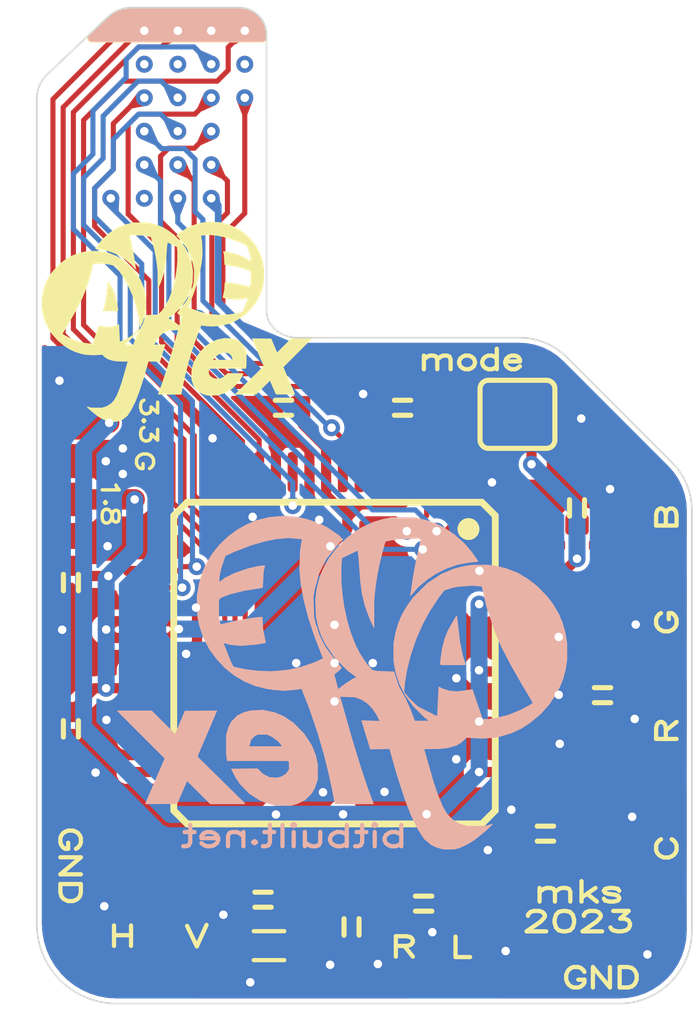
<source format=kicad_pcb>
(kicad_pcb (version 20240225) (generator "pcbnew") (generator_version "8.99")
  (layers (0 "F.Cu" signal) (31 "B.Cu" signal) (34 "B.Paste" user) (35 "F.Paste" user) (36 "B.SilkS" user "B.Silkscreen") (37 "F.SilkS" user "F.Silkscreen") (38 "B.Mask" user) (39 "F.Mask" user) (44 "Edge.Cuts" user))
  (net 0 "")
  (net 1 "GND")
  (net 2 "+3V3")
  (net 3 "+1V8")
  (net 4 "C")
  (net 5 "VD0")
  (net 6 "VD1")
  (net 7 "VD2")
  (net 8 "VD3")
  (net 9 "VD4")
  (net 10 "VD5")
  (net 11 "VD6")
  (net 12 "VD7")
  (net 13 "CSEL")
  (net 14 "54MHZ")
  (net 15 "D")
  (net 16 "W")
  (net 17 "M")
  (net 18 "SDA")
  (net 19 "SCL")
  (net 20 "H")
  (net 21 "V")
  (net 22 "CVBS")
  (net 23 "Net-(IC1-SVCOM)")
  (net 25 "RIGHT")
  (net 26 "LEFT")
  (net 27 "Net-(IC1-IREF)")
  (net 28 "G{slash}PB")
  (net 29 "B{slash}PR")
  (net 30 "R{slash}Y")
  (net 31 "MODE")
  (footprint "AVEFlex:TP10SQ" (layer "F.Cu") (at 139.865904 104.818059)
    (property "Reference" "TP21" (hide yes))
    (property "Value" "TPTP10SQ" (hide yes))
  )
  (footprint "AVEFlex:R0402" (layer "F.Cu") (at 152.370142 116.7127 -90)
    (property "Reference" "R1" (hide yes))
    (property "Value" "1.2kΩ")
  )
  (footprint "AVEFlex:TP10R" (layer "F.Cu") (at 157.518904 112.946059)
    (property "Reference" "TP1" (hide yes))
    (property "Value" "TPSQTP10R" (hide yes))
  )
  (footprint "AVEFlex:TP10SQ" (layer "F.Cu") (at 139.865904 102.532059)
    (property "Reference" "TP20" (hide yes))
    (property "Value" "TPTP10SQ" (hide yes))
  )
  (footprint "AVEFlex:TP10R" (layer "F.Cu") (at 141.515364 119.1006)
    (property "Reference" "TP4" (hide yes))
    (property "Value" "TPSQTP10R" (hide yes))
  )
  (footprint "AVEFlex:C0402" (layer "F.Cu") (at 149.643358 102.082597 180)
    (property "Reference" "C2" (hide yes))
    (property "Value" "0.1µF")
  )
  (footprint "AVEFlex:TP10R" (layer "F.Cu") (at 157.518904 109.644059)
    (property "Reference" "TP2" (hide yes))
    (property "Value" "TPSQTP10R" (hide yes))
  )
  (footprint "AVEFlex:TP10R" (layer "F.Cu") (at 157.518904 117.518059 -45)
    (property "Reference" "TP18" (hide yes))
    (property "Value" "TPSQTP10R" (hide yes))
  )
  (footprint "AVEFlex:C0402" (layer "F.Cu") (at 148.119361 117.576603 -90)
    (property "Reference" "C7" (hide yes))
    (property "Value" "0.1µF")
  )
  (footprint "AVEFlex:C0402" (layer "F.Cu") (at 154.851904 105.072059 90)
    (property "Reference" "C11" (hide yes))
    (property "Value" "0.1µF")
  )
  (footprint "AVEFlex:SMT-JUMPER_2_NO_SILK" (layer "F.Cu") (at 153.073904 102.278059)
    (property "Reference" "JP1" (hide yes))
    (property "Value" "JUMPER-SMT_2_NO_SILK" (hide yes))
  )
  (footprint "AVEFlex:TP10R" (layer "F.Cu") (at 151.930904 119.169059)
    (property "Reference" "TP8" (hide yes))
    (property "Value" "TPSQTP10R" (hide yes))
  )
  (footprint "AVEFlex:TP10R" (layer "F.Cu") (at 153.454904 119.169059)
    (property "Reference" "TP16" (hide yes))
    (property "Value" "TPSQTP10R" (hide yes))
  )
  (footprint "AVEFlex:C0402" (layer "F.Cu") (at 153.909564 114.792641 180)
    (property "Reference" "C9" (hide yes))
    (property "Value" "0.1µF")
  )
  (footprint "AVEFlex:TP10R" (layer "F.Cu") (at 157.518904 106.469059)
    (property "Reference" "TP3" (hide yes))
    (property "Value" "TPSQTP10R" (hide yes))
  )
  (footprint "AVEFlex:TQFP64-10X10" (layer "F.Cu") (at 147.611358 109.702603 -90)
    (property "Reference" "IC1" (hide yes))
    (property "Value" "AVE")
  )
  (footprint "AVEFlex:TP10R" (layer "F.Cu") (at 157.518904 110.787059)
    (property "Reference" "TP12" (hide yes))
    (property "Value" "TPSQTP10R" (hide yes))
  )
  (footprint "AVEFlex:C0402" (layer "F.Cu") (at 150.272167 116.881513 180)
    (property "Reference" "C8" (hide yes))
    (property "Value" "0.1µF")
  )
  (footprint "AVEFlex:TP10R" (layer "F.Cu") (at 157.518904 107.612059)
    (property "Reference" "TP13" (hide yes))
    (property "Value" "TPSQTP10R" (hide yes))
  )
  (footprint "AVEFlex:C0402" (layer "F.Cu") (at 139.739898 111.663481 -90)
    (property "Reference" "C5" (hide yes))
    (property "Value" "0.1µF")
  )
  (footprint "AVEFlex:R0402" (layer "F.Cu") (at 155.613904 109.263059)
    (property "Reference" "R4" (hide yes))
    (property "Value" "75Ω")
  )
  (footprint "AVEFlex:C0402" (layer "F.Cu") (at 146.087361 102.082603 180)
    (property "Reference" "C3" (hide yes))
    (property "Value" "0.1µF")
  )
  (footprint "AVEFlex:C0603" (layer "F.Cu") (at 145.655558 118.135403 180)
    (property "Reference" "C1" (hide yes))
    (property "Value" "10µF")
  )
  (footprint "AVEFlex:TP10SQ" (layer "F.Cu") (at 139.865904 103.675059)
    (property "Reference" "TP22" (hide yes))
    (property "Value" "TPTP10SQ" (hide yes))
  )
  (footprint "AVEFlex:TP10R" (layer "F.Cu") (at 150.406904 119.169059)
    (property "Reference" "TP7" (hide yes))
    (property "Value" "TPSQTP10R" (hide yes))
  )
  (footprint "AVEFlex:R0402" (layer "F.Cu") (at 155.613904 113.454059)
    (property "Reference" "R2" (hide yes))
    (property "Value" "75Ω")
  )
  (footprint "AVEFlex:C0402" (layer "F.Cu") (at 155.613904 110.660059)
    (property "Reference" "C10" (hide yes))
    (property "Value" "0.1µF")
  )
  (footprint "AVEFlex:R0402" (layer "F.Cu") (at 155.613904 112.057059)
    (property "Reference" "R3" (hide yes))
    (property "Value" "75Ω")
  )
  (footprint "AVEFlex:C0402" (layer "F.Cu") (at 139.740448 107.299519 -90)
    (property "Reference" "C4" (hide yes))
    (property "Value" "0.1µF")
  )
  (footprint "AVEFlex:TP10R" (layer "F.Cu") (at 157.518904 116.375059)
    (property "Reference" "TP6" (hide yes))
    (property "Value" "TPSQTP10R" (hide yes))
  )
  (footprint "AVEFlex:R0402" (layer "F.Cu") (at 155.613904 107.866059)
    (property "Reference" "R5" (hide yes))
    (property "Value" "75Ω")
  )
  (footprint "AVEFlex:C0402" (layer "F.Cu") (at 145.477758 116.7638 180)
    (property "Reference" "C6" (hide yes))
    (property "Value" "0.1µF")
  )
  (footprint "AVEFlex:TP10R" (layer "F.Cu") (at 143.039361 119.100597)
    (property "Reference" "TP5" (hide yes))
    (property "Value" "TPSQTP10R" (hide yes))
  )
  (footprint "AVEFlex:TP10R" (layer "F.Cu") (at 139.803401 117.802656)
    (property "Reference" "TP15" (hide yes))
    (property "Value" "TPSQTP10R" (hide yes))
  )
  (footprint "AVEFlex:TP10R" (layer "F.Cu") (at 157.518904 114.089059)
    (property "Reference" "TP11" (hide yes))
    (property "Value" "TPSQTP10R" (hide yes))
  )
  (gr_line (start 147.893904 115.138059) (end 147.977904 115.078059) (stroke (width 0.127)) (layer "B.SilkS"))
  (gr_line (start 146.349904 114.534059) (end 146.391904 114.503059) (stroke (width 0.127)) (layer "B.SilkS"))
  (gr_line (start 147.476904 114.987059) (end 147.518904 115.078059) (stroke (width 0.127)) (layer "B.SilkS"))
  (gr_line (start 144.471904 114.775059) (end 144.430904 114.866059) (stroke (width 0.127)) (layer "B.SilkS"))
  (gr_line (start 147.893904 114.775059) (end 147.810904 114.745059) (stroke (width 0.127)) (layer "B.SilkS"))
  (gr_line (start 149.604904 115.078059) (end 149.604904 115.168059) (stroke (width 0.127)) (layer "B.SilkS"))
  (gr_line (start 147.142904 115.138059) (end 147.059904 115.168059) (stroke (width 0.127)) (layer "B.SilkS"))
  (gr_line (start 143.178904 115.168059) (end 143.094904 115.168059) (stroke (width 0.127)) (layer "B.SilkS"))
  (gr_line (start 144.680904 114.745059) (end 144.555904 114.745059) (stroke (width 0.127)) (layer "B.SilkS"))
  (gr_line (start 145.682904 115.048059) (end 145.640904 115.138059) (stroke (width 0.127)) (layer "B.SilkS"))
  (gr_line (start 147.977904 115.078059) (end 147.977904 115.168059) (stroke (width 0.127)) (layer "B.SilkS"))
  (gr_line (start 145.807904 114.745059) (end 145.515904 114.745059) (stroke (width 0.127)) (layer "B.SilkS"))
  (gr_line (start 146.725904 114.745059) (end 146.725904 115.168059) (stroke (width 0.127)) (layer "B.SilkS"))
  (gr_line (start 149.437904 114.745059) (end 149.312904 114.745059) (stroke (width 0.127)) (layer "B.SilkS"))
  (gr_line (start 147.518904 115.078059) (end 147.601904 115.138059) (stroke (width 0.127)) (layer "B.SilkS"))
  (gr_line (start 143.303904 114.534059) (end 143.303904 115.048059) (stroke (width 0.127)) (layer "B.SilkS"))
  (gr_line (start 149.521904 114.775059) (end 149.437904 114.745059) (stroke (width 0.127)) (layer "B.SilkS"))
  (gr_line (start 144.555904 114.745059) (end 144.471904 114.775059) (stroke (width 0.127)) (layer "B.SilkS"))
  (gr_line (start 144.096904 115.078059) (end 144.012904 115.138059) (stroke (width 0.127)) (layer "B.SilkS"))
  (gr_line (start 147.184904 115.048059) (end 147.142904 115.138059) (stroke (width 0.127)) (layer "B.SilkS"))
  (gr_line (start 143.929904 114.745059) (end 144.012904 114.775059) (stroke (width 0.127)) (layer "B.SilkS"))
  (gr_line (start 148.436904 115.048059) (end 148.394904 115.138059) (stroke (width 0.127)) (layer "B.SilkS"))
  (gr_line (start 144.096904 114.836059) (end 144.138904 114.927059) (stroke (width 0.127)) (layer "B.SilkS"))
  (gr_line (start 149.604904 114.534059) (end 149.604904 114.836059) (stroke (width 0.127)) (layer "B.SilkS"))
  (gr_line (start 145.264904 115.048059) (end 145.223904 115.078059) (stroke (width 0.127)) (layer "B.SilkS"))
  (gr_line (start 148.811904 114.503059) (end 148.853904 114.534059) (stroke (width 0.127)) (layer "B.SilkS"))
  (gr_line (start 149.229904 115.138059) (end 149.312904 115.168059) (stroke (width 0.127)) (layer "B.SilkS"))
  (gr_line (start 148.811904 114.564059) (end 148.770904 114.534059) (stroke (width 0.127)) (layer "B.SilkS"))
  (gr_line (start 146.391904 114.503059) (end 146.433904 114.534059) (stroke (width 0.127)) (layer "B.SilkS"))
  (gr_line (start 149.604904 114.836059) (end 149.604904 115.078059) (stroke (width 0.127)) (layer "B.SilkS"))
  (gr_line (start 148.770904 114.534059) (end 148.811904 114.503059) (stroke (width 0.127)) (layer "B.SilkS"))
  (gr_line (start 147.977904 114.534059) (end 147.977904 114.836059) (stroke (width 0.127)) (layer "B.SilkS"))
  (gr_line (start 146.391904 114.745059) (end 146.391904 115.168059) (stroke (width 0.127)) (layer "B.SilkS"))
  (gr_line (start 144.012904 114.775059) (end 144.096904 114.836059) (stroke (width 0.127)) (layer "B.SilkS"))
  (gr_line (start 144.764904 114.775059) (end 144.680904 114.745059) (stroke (width 0.127)) (layer "B.SilkS"))
  (gr_line (start 147.977904 114.836059) (end 147.893904 114.775059) (stroke (width 0.127)) (layer "B.SilkS"))
  (gr_line (start 143.679904 114.806059) (end 143.720904 114.775059) (stroke (width 0.127)) (layer "B.SilkS"))
  (gr_line (start 146.433904 114.534059) (end 146.391904 114.564059) (stroke (width 0.127)) (layer "B.SilkS"))
  (gr_line (start 144.430904 114.866059) (end 144.430904 115.168059) (stroke (width 0.127)) (layer "B.SilkS"))
  (gr_line (start 149.145904 114.836059) (end 149.103904 114.927059) (stroke (width 0.127)) (layer "B.SilkS"))
  (gr_line (start 149.437904 115.168059) (end 149.521904 115.138059) (stroke (width 0.127)) (layer "B.SilkS"))
  (gr_line (start 145.223904 115.078059) (end 145.181904 115.048059) (stroke (width 0.127)) (layer "B.SilkS"))
  (gr_line (start 143.637904 114.866059) (end 143.679904 114.806059) (stroke (width 0.127)) (layer "B.SilkS"))
  (gr_line (start 143.428904 114.745059) (end 143.136904 114.745059) (stroke (width 0.127)) (layer "B.SilkS"))
  (gr_line (start 147.601904 114.775059) (end 147.518904 114.836059) (stroke (width 0.127)) (layer "B.SilkS"))
  (gr_line (start 147.059904 115.168059) (end 146.933904 115.168059) (stroke (width 0.127)) (layer "B.SilkS"))
  (gr_line (start 147.601904 115.138059) (end 147.685904 115.168059) (stroke (width 0.127)) (layer "B.SilkS"))
  (gr_line (start 144.012904 115.138059) (end 143.929904 115.168059) (stroke (width 0.127)) (layer "B.SilkS"))
  (gr_line (start 148.436904 114.534059) (end 148.436904 115.048059) (stroke (width 0.127)) (layer "B.SilkS"))
  (gr_line (start 149.312904 115.168059) (end 149.437904 115.168059) (stroke (width 0.127)) (layer "B.SilkS"))
  (gr_line (start 144.889904 114.866059) (end 144.764904 114.775059) (stroke (width 0.127)) (layer "B.SilkS"))
  (gr_line (start 143.637904 114.927059) (end 143.637904 114.866059) (stroke (width 0.127)) (layer "B.SilkS"))
  (gr_line (start 147.476904 114.927059) (end 147.476904 114.987059) (stroke (width 0.127)) (layer "B.SilkS"))
  (gr_line (start 144.138904 114.987059) (end 144.096904 115.078059) (stroke (width 0.127)) (layer "B.SilkS"))
  (gr_line (start 143.303904 115.048059) (end 143.261904 115.138059) (stroke (width 0.127)) (layer "B.SilkS"))
  (gr_line (start 147.518904 114.836059) (end 147.476904 114.927059) (stroke (width 0.127)) (layer "B.SilkS"))
  (gr_line (start 145.640904 115.138059) (end 145.556904 115.168059) (stroke (width 0.127)) (layer "B.SilkS"))
  (gr_line (start 148.811904 114.745059) (end 148.811904 115.168059) (stroke (width 0.127)) (layer "B.SilkS"))
  (gr_line (start 145.181904 115.048059) (end 145.223904 115.017059) (stroke (width 0.127)) (layer "B.SilkS"))
  (gr_line (start 149.521904 115.138059) (end 149.604904 115.078059) (stroke (width 0.127)) (layer "B.SilkS"))
  (gr_line (start 144.138904 114.927059) (end 144.138904 114.987059) (stroke (width 0.127)) (layer "B.SilkS"))
  (gr_line (start 146.850904 115.138059) (end 146.725904 115.048059) (stroke (width 0.127)) (layer "B.SilkS"))
  (gr_line (start 146.057904 114.534059) (end 146.057904 115.168059) (stroke (width 0.127)) (layer "B.SilkS"))
  (gr_line (start 145.223904 115.017059) (end 145.264904 115.048059) (stroke (width 0.127)) (layer "B.SilkS"))
  (gr_line (start 147.184904 114.745059) (end 147.184904 115.048059) (stroke (width 0.127)) (layer "B.SilkS"))
  (gr_line (start 148.394904 115.138059) (end 148.311904 115.168059) (stroke (width 0.127)) (layer "B.SilkS"))
  (gr_line (start 149.229904 114.775059) (end 149.145904 114.836059) (stroke (width 0.127)) (layer "B.SilkS"))
  (gr_line (start 143.804904 114.745059) (end 143.929904 114.745059) (stroke (width 0.127)) (layer "B.SilkS"))
  (gr_line (start 149.312904 114.745059) (end 149.229904 114.775059) (stroke (width 0.127)) (layer "B.SilkS"))
  (gr_line (start 143.929904 115.168059) (end 143.804904 115.168059) (stroke (width 0.127)) (layer "B.SilkS"))
  (gr_line (start 148.561904 114.745059) (end 148.269904 114.745059) (stroke (width 0.127)) (layer "B.SilkS"))
  (gr_line (start 144.889904 114.745059) (end 144.889904 114.866059) (stroke (width 0.127)) (layer "B.SilkS"))
  (gr_line (start 143.720904 115.138059) (end 143.637904 115.078059) (stroke (width 0.127)) (layer "B.SilkS"))
  (gr_line (start 146.391904 114.564059) (end 146.349904 114.534059) (stroke (width 0.127)) (layer "B.SilkS"))
  (gr_line (start 149.145904 115.078059) (end 149.229904 115.138059) (stroke (width 0.127)) (layer "B.SilkS"))
  (gr_line (start 147.977904 114.836059) (end 147.977904 115.078059) (stroke (width 0.127)) (layer "B.SilkS"))
  (gr_line (start 147.810904 115.168059) (end 147.893904 115.138059) (stroke (width 0.127)) (layer "B.SilkS"))
  (gr_line (start 148.311904 115.168059) (end 148.227904 115.168059) (stroke (width 0.127)) (layer "B.SilkS"))
  (gr_line (start 145.556904 115.168059) (end 145.473904 115.168059) (stroke (width 0.127)) (layer "B.SilkS"))
  (gr_line (start 147.685904 114.745059) (end 147.601904 114.775059) (stroke (width 0.127)) (layer "B.SilkS"))
  (gr_line (start 149.604904 114.836059) (end 149.521904 114.775059) (stroke (width 0.127)) (layer "B.SilkS"))
  (gr_line (start 148.853904 114.534059) (end 148.811904 114.564059) (stroke (width 0.127)) (layer "B.SilkS"))
  (gr_line (start 145.682904 114.534059) (end 145.682904 115.048059) (stroke (width 0.127)) (layer "B.SilkS"))
  (gr_line (start 144.138904 114.927059) (end 143.637904 114.927059) (stroke (width 0.127)) (layer "B.SilkS"))
  (gr_line (start 149.103904 114.987059) (end 149.145904 115.078059) (stroke (width 0.127)) (layer "B.SilkS"))
  (gr_line (start 144.889904 114.866059) (end 144.889904 115.168059) (stroke (width 0.127)) (layer "B.SilkS"))
  (gr_line (start 143.720904 114.775059) (end 143.804904 114.745059) (stroke (width 0.127)) (layer "B.SilkS"))
  (gr_line (start 146.933904 115.168059) (end 146.850904 115.138059) (stroke (width 0.127)) (layer "B.SilkS"))
  (gr_line (start 143.261904 115.138059) (end 143.178904 115.168059) (stroke (width 0.127)) (layer "B.SilkS"))
  (gr_line (start 147.685904 115.168059) (end 147.810904 115.168059) (stroke (width 0.127)) (layer "B.SilkS"))
  (gr_line (start 149.103904 114.927059) (end 149.103904 114.987059) (stroke (width 0.127)) (layer "B.SilkS"))
  (gr_line (start 143.804904 115.168059) (end 143.720904 115.138059) (stroke (width 0.127)) (layer "B.SilkS"))
  (gr_line (start 147.810904 114.745059) (end 147.685904 114.745059) (stroke (width 0.127)) (layer "B.SilkS"))
  (gr_line (start 139.571286 115.244759) (end 139.658286 115.244759) (stroke (width 0.127)) (layer "F.SilkS"))
  (gr_line (start 157.678904 108.719059) (end 157.736904 108.682059) (stroke (width 0.127)) (layer "F.SilkS"))
  (gr_line (start 154.181667 117.447759) (end 154.223667 117.592759) (stroke (width 0.127)) (layer "F.SilkS"))
  (gr_line (start 141.060823 105.491378) (end 141.108823 105.491378) (stroke (width 0.1016)) (layer "F.SilkS"))
  (gr_line (start 157.503904 111.712059) (end 157.823904 111.458059) (stroke (width 0.127)) (layer "F.SilkS"))
  (gr_line (start 141.060823 105.143378) (end 141.011823 105.172378) (stroke (width 0.1016)) (layer "F.SilkS"))
  (gr_line (start 154.673886 118.801619) (end 154.600886 118.859619) (stroke (width 0.127)) (layer "F.SilkS"))
  (gr_line (start 153.847667 117.156759) (end 153.889667 117.214759) (stroke (width 0.127)) (layer "F.SilkS"))
  (gr_line (start 157.823904 108.537059) (end 157.823904 108.392059) (stroke (width 0.127)) (layer "F.SilkS"))
  (gr_line (start 153.858667 116.441759) (end 153.942667 116.412759) (stroke (width 0.127)) (layer "F.SilkS"))
  (gr_line (start 154.600886 119.295619) (end 154.673886 119.353619) (stroke (width 0.127)) (layer "F.SilkS"))
  (gr_line (start 151.077904 100.642059) (end 151.077904 100.932059) (stroke (width 0.127)) (layer "F.SilkS"))
  (gr_line (start 139.891286 115.244759) (end 139.949286 115.208759) (stroke (width 0.127)) (layer "F.SilkS"))
  (gr_line (start 156.434667 117.534759) (end 156.393667 117.621759) (stroke (width 0.127)) (layer "F.SilkS"))
  (gr_line (start 154.150667 116.441759) (end 154.192667 116.529759) (stroke (width 0.127)) (layer "F.SilkS"))
  (gr_line (start 140.890823 105.143378) (end 140.939823 105.201378) (stroke (width 0.1016)) (layer "F.SilkS"))
  (gr_line (start 157.503904 105.272059) (end 157.533904 105.163059) (stroke (width 0.127)) (layer "F.SilkS"))
  (gr_line (start 153.109904 100.583059) (end 153.073904 100.554059) (stroke (width 0.127)) (layer "F.SilkS"))
  (gr_line (start 156.184667 117.708759) (end 156.059667 117.708759) (stroke (width 0.127)) (layer "F.SilkS"))
  (gr_line (start 151.803904 100.700059) (end 151.767904 100.612059) (stroke (width 0.127)) (layer "F.SilkS"))
  (gr_line (start 149.914145 117.911141) (end 149.950145 117.969141) (stroke (width 0.127)) (layer "F.SilkS"))
  (gr_line (start 151.224564 118.475841) (end 151.659564 118.475841) (stroke (width 0.127)) (layer "F.SilkS"))
  (gr_line (start 151.694904 100.554059) (end 151.622904 100.525059) (stroke (width 0.127)) (layer "F.SilkS"))
  (gr_line (start 156.111667 116.732759) (end 156.070667 116.790759) (stroke (width 0.127)) (layer "F.SilkS"))
  (gr_line (start 142.134983 103.519059) (end 142.086983 103.490059) (stroke (width 0.1016)) (layer "F.SilkS"))
  (gr_line (start 154.401667 116.412759) (end 154.526667 116.412759) (stroke (width 0.127)) (layer "F.SilkS"))
  (gr_line (start 154.963886 119.353619) (end 155.036886 119.295619) (stroke (width 0.127)) (layer "F.SilkS"))
  (gr_line (start 155.072886 119.237619) (end 155.072886 119.150619) (stroke (width 0.127)) (layer "F.SilkS"))
  (gr_line (start 149.914145 118.085141) (end 149.878145 118.114141) (stroke (width 0.127)) (layer "F.SilkS"))
  (gr_line (start 143.209204 117.545797) (end 143.500204 118.155797) (stroke (width 0.127)) (layer "F.SilkS"))
  (gr_line (start 156.070667 116.645759) (end 156.111667 116.703759) (stroke (width 0.127)) (layer "F.SilkS"))
  (gr_line (start 155.652667 116.499759) (end 155.694667 116.558759) (stroke (width 0.127)) (layer "F.SilkS"))
  (gr_line (start 157.794904 108.610059) (end 157.823904 108.537059) (stroke (width 0.127)) (layer "F.SilkS"))
  (gr_line (start 140.770823 104.940378) (end 140.794823 104.911378) (stroke (width 0.1016)) (layer "F.SilkS"))
  (gr_line (start 141.845904 102.176059) (end 141.821904 102.089059) (stroke (width 0.1016)) (layer "F.SilkS"))
  (gr_line (start 149.878145 117.882141) (end 149.914145 117.911141) (stroke (width 0.127)) (layer "F.SilkS"))
  (gr_line (start 156.351667 117.359759) (end 156.393667 117.388759) (stroke (width 0.127)) (layer "F.SilkS"))
  (gr_line (start 141.011823 105.462378) (end 141.060823 105.491378) (stroke (width 0.1016)) (layer "F.SilkS"))
  (gr_line (start 157.387904 111.458059) (end 157.445904 111.495059) (stroke (width 0.127)) (layer "F.SilkS"))
  (gr_line (start 139.891286 114.736759) (end 139.804286 114.700759) (stroke (width 0.127)) (layer "F.SilkS"))
  (gr_line (start 141.723983 103.577059) (end 141.699983 103.635059) (stroke (width 0.1016)) (layer "F.SilkS"))
  (gr_line (start 154.891886 119.382619) (end 154.963886 119.353619) (stroke (width 0.127)) (layer "F.SilkS"))
  (gr_line (start 140.842823 105.520378) (end 140.770823 105.520378) (stroke (width 0.1016)) (layer "F.SilkS"))
  (gr_line (start 154.724667 117.214759) (end 154.640667 117.127759) (stroke (width 0.127)) (layer "F.SilkS"))
  (gr_line (start 157.213904 115.286059) (end 157.242904 115.359059) (stroke (width 0.127)) (layer "F.SilkS"))
  (gr_line (start 141.966904 102.263059) (end 141.893904 102.234059) (stroke (width 0.1016)) (layer "F.SilkS"))
  (gr_line (start 154.724667 117.592759) (end 154.765667 117.447759) (stroke (width 0.127)) (layer "F.SilkS"))
  (gr_line (start 157.620904 105.090059) (end 157.707904 105.090059) (stroke (width 0.127)) (layer "F.SilkS"))
  (gr_line (start 157.242904 115.359059) (end 157.300904 115.432059) (stroke (width 0.127)) (layer "F.SilkS"))
  (gr_line (start 139.949286 116.732759) (end 139.891286 116.768759) (stroke (width 0.127)) (layer "F.SilkS"))
  (gr_line (start 151.440904 100.903059) (end 151.513904 100.932059) (stroke (width 0.127)) (layer "F.SilkS"))
  (gr_line (start 152.892904 100.525059) (end 152.819904 100.554059) (stroke (width 0.127)) (layer "F.SilkS"))
  (gr_line (start 149.442145 117.853141) (end 149.442145 118.143141) (stroke (width 0.127)) (layer "F.SilkS"))
  (gr_line (start 153.555667 117.098759) (end 153.722667 117.098759) (stroke (width 0.127)) (layer "F.SilkS"))
  (gr_line (start 140.987823 105.230378) (end 140.963823 105.346378) (stroke (width 0.1016)) (layer "F.SilkS"))
  (gr_line (start 140.963823 105.288378) (end 140.987823 105.404378) (stroke (width 0.1016)) (layer "F.SilkS"))
  (gr_line (start 140.673823 105.259378) (end 140.697823 105.172378) (stroke (width 0.1016)) (layer "F.SilkS"))
  (gr_line (start 157.213904 108.537059) (end 157.242904 108.610059) (stroke (width 0.127)) (layer "F.SilkS"))
  (gr_line (start 157.794904 115.359059) (end 157.823904 115.286059) (stroke (width 0.127)) (layer "F.SilkS"))
  (gr_line (start 153.472667 117.127759) (end 153.555667 117.098759) (stroke (width 0.127)) (layer "F.SilkS"))
  (gr_line (start 140.036286 116.296759) (end 139.426286 116.296759) (stroke (width 0.127)) (layer "F.SilkS"))
  (gr_line (start 157.445904 105.126059) (end 157.474904 105.163059) (stroke (width 0.127)) (layer "F.SilkS"))
  (gr_line (start 157.271904 111.495059) (end 157.329904 111.458059) (stroke (width 0.127)) (layer "F.SilkS"))
  (gr_line (start 154.181667 117.359759) (end 154.181667 117.447759) (stroke (width 0.127)) (layer "F.SilkS"))
  (gr_line (start 150.678904 100.642059) (end 150.678904 100.932059) (stroke (width 0.127)) (layer "F.SilkS"))
  (gr_line (start 157.503904 111.640059) (end 157.503904 111.712059) (stroke (width 0.127)) (layer "F.SilkS"))
  (gr_line (start 157.474904 105.163059) (end 157.503904 105.272059) (stroke (width 0.127)) (layer "F.SilkS"))
  (gr_line (start 152.021904 100.700059) (end 152.021904 100.758059) (stroke (width 0.127)) (layer "F.SilkS"))
  (gr_line (start 142.086983 103.490059) (end 142.013983 103.461059) (stroke (width 0.1016)) (layer "F.SilkS"))
  (gr_line (start 157.213904 111.640059) (end 157.242904 111.531059) (stroke (width 0.127)) (layer "F.SilkS"))
  (gr_line (start 154.192667 116.529759) (end 154.192667 116.819759) (stroke (width 0.127)) (layer "F.SilkS"))
  (gr_line (start 153.000904 100.525059) (end 152.892904 100.525059) (stroke (width 0.127)) (layer "F.SilkS"))
  (gr_line (start 155.516667 117.330759) (end 155.433667 117.418759) (stroke (width 0.127)) (layer "F.SilkS"))
  (gr_line (start 141.108823 105.491378) (end 141.157823 105.462378) (stroke (width 0.1016)) (layer "F.SilkS"))
  (gr_line (start 151.513904 100.932059) (end 151.622904 100.932059) (stroke (width 0.127)) (layer "F.SilkS"))
  (gr_line (start 155.141667 117.127759) (end 155.224667 117.098759) (stroke (width 0.127)) (layer "F.SilkS"))
  (gr_line (start 155.694667 116.790759) (end 155.652667 116.732759) (stroke (width 0.127)) (layer "F.SilkS"))
  (gr_line (start 141.869904 101.886059) (end 141.918904 101.857059) (stroke (width 0.1016)) (layer "F.SilkS"))
  (gr_line (start 142.135904 102.960059) (end 142.111904 103.018059) (stroke (width 0.1016)) (layer "F.SilkS"))
  (gr_line (start 141.699983 103.751059) (end 141.723983 103.809059) (stroke (width 0.1016)) (layer "F.SilkS"))
  (gr_line (start 140.721823 105.491378) (end 140.697823 105.462378) (stroke (width 0.1016)) (layer "F.SilkS"))
  (gr_line (start 153.430667 117.156759) (end 153.472667 117.127759) (stroke (width 0.127)) (layer "F.SilkS"))
  (gr_line (start 141.181823 105.259378) (end 141.157823 105.172378) (stroke (width 0.1016)) (layer "F.SilkS"))
  (gr_line (start 156.124886 118.772619) (end 156.378886 118.772619) (stroke (width 0.127)) (layer "F.SilkS"))
  (gr_line (start 156.111667 116.499759) (end 156.070667 116.441759) (stroke (width 0.127)) (layer "F.SilkS"))
  (gr_line (start 139.426286 115.063759) (end 139.455286 115.135759) (stroke (width 0.127)) (layer "F.SilkS"))
  (gr_line (start 139.426286 114.917759) (end 139.426286 115.063759) (stroke (width 0.127)) (layer "F.SilkS"))
  (gr_line (start 139.571286 114.736759) (end 139.513286 114.772759) (stroke (width 0.127)) (layer "F.SilkS"))
  (gr_line (start 141.893904 102.467059) (end 141.918904 102.496059) (stroke (width 0.1016)) (layer "F.SilkS"))
  (gr_line (start 153.146904 100.642059) (end 153.109904 100.583059) (stroke (width 0.127)) (layer "F.SilkS"))
  (gr_line (start 152.130904 100.903059) (end 152.202904 100.932059) (stroke (width 0.127)) (layer "F.SilkS"))
  (gr_line (start 152.057904 100.612059) (end 152.021904 100.700059) (stroke (width 0.127)) (layer "F.SilkS"))
  (gr_line (start 141.893904 103.047059) (end 141.845904 102.989059) (stroke (width 0.1016)) (layer "F.SilkS"))
  (gr_line (start 155.819667 116.819759) (end 155.694667 116.790759) (stroke (width 0.127)) (layer "F.SilkS"))
  (gr_line (start 149.696145 118.143141) (end 149.442145 118.143141) (stroke (width 0.127)) (layer "F.SilkS"))
  (gr_line (start 150.460904 100.525059) (end 150.569904 100.525059) (stroke (width 0.127)) (layer "F.SilkS"))
  (gr_line (start 152.710904 100.700059) (end 153.146904 100.700059) (stroke (width 0.127)) (layer "F.SilkS"))
  (gr_line (start 157.445904 111.495059) (end 157.474904 111.531059) (stroke (width 0.127)) (layer "F.SilkS"))
  (gr_line (start 141.966904 103.076059) (end 141.893904 103.047059) (stroke (width 0.1016)) (layer "F.SilkS"))
  (gr_line (start 152.746904 100.612059) (end 152.710904 100.700059) (stroke (width 0.127)) (layer "F.SilkS"))
  (gr_line (start 154.745886 119.382619) (end 154.891886 119.382619) (stroke (width 0.127)) (layer "F.SilkS"))
  (gr_line (start 141.027345 117.5331) (end 141.027345 117.8231) (stroke (width 0.127)) (layer "F.SilkS"))
  (gr_line (start 155.945667 116.412759) (end 155.819667 116.412759) (stroke (width 0.127)) (layer "F.SilkS"))
  (gr_line (start 141.893904 102.234059) (end 141.845904 102.176059) (stroke (width 0.1016)) (layer "F.SilkS"))
  (gr_line (start 139.804286 116.804759) (end 139.658286 116.804759) (stroke (width 0.127)) (layer "F.SilkS"))
  (gr_line (start 154.223667 117.214759) (end 154.181667 117.359759) (stroke (width 0.127)) (layer "F.SilkS"))
  (gr_line (start 151.767904 100.845059) (end 151.803904 100.758059) (stroke (width 0.127)) (layer "F.SilkS"))
  (gr_line (start 141.084823 104.388378) (end 141.108823 104.446378) (stroke (width 0.1016)) (layer "F.SilkS"))
  (gr_line (start 157.474904 111.531059) (end 157.503904 111.640059) (stroke (width 0.127)) (layer "F.SilkS"))
  (gr_line (start 154.640667 117.127759) (end 154.515667 117.098759) (stroke (width 0.127)) (layer "F.SilkS"))
  (gr_line (start 141.108823 104.446378) (end 141.181823 104.533378) (stroke (width 0.1016)) (layer "F.SilkS"))
  (gr_line (start 157.387904 105.090059) (end 157.445904 105.126059) (stroke (width 0.127)) (layer "F.SilkS"))
  (gr_line (start 154.673886 119.353619) (end 154.745886 119.382619) (stroke (width 0.127)) (layer "F.SilkS"))
  (gr_line (start 152.202904 100.525059) (end 152.130904 100.554059) (stroke (width 0.127)) (layer "F.SilkS"))
  (gr_line (start 157.242904 108.320059) (end 157.213904 108.392059) (stroke (width 0.127)) (layer "F.SilkS"))
  (gr_line (start 142.111904 103.018059) (end 142.087904 103.047059) (stroke (width 0.1016)) (layer "F.SilkS"))
  (gr_line (start 153.733667 116.412759) (end 153.733667 116.529759) (stroke (width 0.127)) (layer "F.SilkS"))
  (gr_line (start 154.651667 116.529759) (end 154.651667 116.819759) (stroke (width 0.127)) (layer "F.SilkS"))
  (gr_line (start 157.591904 108.392059) (end 157.591904 108.211059) (stroke (width 0.127)) (layer "F.SilkS"))
  (gr_line (start 151.622904 100.932059) (end 151.694904 100.903059) (stroke (width 0.127)) (layer "F.SilkS"))
  (gr_line (start 153.889667 117.214759) (end 153.889667 117.272759) (stroke (width 0.127)) (layer "F.SilkS"))
  (gr_line (start 154.526667 116.412759) (end 154.609667 116.441759) (stroke (width 0.127)) (layer "F.SilkS"))
  (gr_line (start 157.794904 115.069059) (end 157.736904 114.996059) (stroke (width 0.127)) (layer "F.SilkS"))
  (gr_line (start 157.823904 115.286059) (end 157.823904 115.141059) (stroke (width 0.127)) (layer "F.SilkS"))
  (gr_line (start 141.845904 102.728059) (end 141.869904 102.699059) (stroke (width 0.1016)) (layer "F.SilkS"))
  (gr_line (start 157.794904 108.320059) (end 157.736904 108.247059) (stroke (width 0.127)) (layer "F.SilkS"))
  (gr_line (start 157.300904 108.247059) (end 157.242904 108.320059) (stroke (width 0.127)) (layer "F.SilkS"))
  (gr_line (start 140.007286 116.659759) (end 139.949286 116.732759) (stroke (width 0.127)) (layer "F.SilkS"))
  (gr_line (start 153.000904 100.932059) (end 153.073904 100.903059) (stroke (width 0.127)) (layer "F.SilkS"))
  (gr_line (start 155.326886 118.772619) (end 155.326886 119.382619) (stroke (width 0.127)) (layer "F.SilkS"))
  (gr_line (start 140.890823 105.491378) (end 140.842823 105.520378) (stroke (width 0.1016)) (layer "F.SilkS"))
  (gr_line (start 154.306667 117.679759) (end 154.431667 117.708759) (stroke (width 0.127)) (layer "F.SilkS"))
  (gr_line (start 154.431667 117.098759) (end 154.306667 117.127759) (stroke (width 0.127)) (layer "F.SilkS"))
  (gr_line (start 152.746904 100.845059) (end 152.819904 100.903059) (stroke (width 0.127)) (layer "F.SilkS"))
  (gr_line (start 156.560886 119.295619) (end 156.487886 119.353619) (stroke (width 0.127)) (layer "F.SilkS"))
  (gr_line (start 141.918904 102.496059) (end 141.942904 102.467059) (stroke (width 0.1016)) (layer "F.SilkS"))
  (gr_line (start 155.391667 117.098759) (end 155.475667 117.127759) (stroke (width 0.127)) (layer "F.SilkS"))
  (gr_line (start 150.279904 100.525059) (end 150.279904 100.642059) (stroke (width 0.127)) (layer "F.SilkS"))
  (gr_line (start 140.939823 105.433378) (end 140.890823 105.491378) (stroke (width 0.1016)) (layer "F.SilkS"))
  (gr_line (start 150.642904 100.554059) (end 150.678904 100.642059) (stroke (width 0.127)) (layer "F.SilkS"))
  (gr_line (start 155.433667 117.418759) (end 155.016667 117.708759) (stroke (width 0.127)) (layer "F.SilkS"))
  (gr_line (start 156.111667 116.703759) (end 156.111667 116.732759) (stroke (width 0.127)) (layer "F.SilkS"))
  (gr_line (start 154.765667 117.359759) (end 154.724667 117.214759) (stroke (width 0.127)) (layer "F.SilkS"))
  (gr_line (start 157.533904 105.163059) (end 157.562904 105.126059) (stroke (width 0.127)) (layer "F.SilkS"))
  (gr_line (start 142.087904 102.234059) (end 142.014904 102.263059) (stroke (width 0.1016)) (layer "F.SilkS"))
  (gr_line (start 156.596886 119.237619) (end 156.560886 119.295619) (stroke (width 0.127)) (layer "F.SilkS"))
  (gr_line (start 157.503904 111.712059) (end 157.503904 111.966059) (stroke (width 0.127)) (layer "F.SilkS"))
  (gr_line (start 154.765667 117.447759) (end 154.765667 117.359759) (stroke (width 0.127)) (layer "F.SilkS"))
  (gr_line (start 152.456904 100.612059) (end 152.456904 100.845059) (stroke (width 0.127)) (layer "F.SilkS"))
  (gr_line (start 141.820983 103.896059) (end 141.892983 103.896059) (stroke (width 0.1016)) (layer "F.SilkS"))
  (gr_line (start 155.072886 118.917619) (end 155.036886 118.859619) (stroke (width 0.127)) (layer "F.SilkS"))
  (gr_line (start 157.736904 108.682059) (end 157.794904 108.610059) (stroke (width 0.127)) (layer "F.SilkS"))
  (gr_line (start 156.434667 117.476759) (end 156.434667 117.534759) (stroke (width 0.127)) (layer "F.SilkS"))
  (gr_line (start 156.059667 117.708759) (end 155.934667 117.679759) (stroke (width 0.127)) (layer "F.SilkS"))
  (gr_line (start 155.945667 116.819759) (end 155.819667 116.819759) (stroke (width 0.127)) (layer "F.SilkS"))
  (gr_line (start 155.694667 116.558759) (end 155.778667 116.587759) (stroke (width 0.127)) (layer "F.SilkS"))
  (gr_line (start 142.207983 103.751059) (end 142.207983 103.635059) (stroke (width 0.1016)) (layer "F.SilkS"))
  (gr_line (start 153.146904 100.700059) (end 153.146904 100.642059) (stroke (width 0.127)) (layer "F.SilkS"))
  (gr_line (start 155.152667 116.587759) (end 155.444667 116.819759) (stroke (width 0.127)) (layer "F.SilkS"))
  (gr_line (start 151.767904 100.612059) (end 151.694904 100.554059) (stroke (width 0.127)) (layer "F.SilkS"))
  (gr_line (start 151.041904 100.554059) (end 151.077904 100.642059) (stroke (width 0.127)) (layer "F.SilkS"))
  (gr_line (start 157.358904 108.719059) (end 157.445904 108.755059) (stroke (width 0.127)) (layer "F.SilkS"))
  (gr_line (start 141.771983 103.519059) (end 141.723983 103.577059) (stroke (width 0.1016)) (layer "F.SilkS"))
  (gr_line (start 154.600886 118.859619) (end 154.564886 118.917619) (stroke (width 0.127)) (layer "F.SilkS"))
  (gr_line (start 142.329904 103.047059) (end 142.135904 102.873059) (stroke (width 0.1016)) (layer "F.SilkS"))
  (gr_line (start 142.329904 102.234059) (end 142.135904 102.060059) (stroke (width 0.1016)) (layer "F.SilkS"))
  (gr_line (start 155.892667 117.650759) (end 155.850667 117.592759) (stroke (width 0.127)) (layer "F.SilkS"))
  (gr_line (start 156.393667 117.388759) (end 156.434667 117.476759) (stroke (width 0.127)) (layer "F.SilkS"))
  (gr_line (start 155.224667 117.098759) (end 155.391667 117.098759) (stroke (width 0.127)) (layer "F.SilkS"))
  (gr_line (start 142.135904 102.060059) (end 142.135904 102.147059) (stroke (width 0.1016)) (layer "F.SilkS"))
  (gr_line (start 156.632886 119.150619) (end 156.596886 119.237619) (stroke (width 0.127)) (layer "F.SilkS"))
  (gr_line (start 141.942904 102.467059) (end 141.918904 102.438059) (stroke (width 0.1016)) (layer "F.SilkS"))
  (gr_line (start 141.181823 104.533378) (end 140.673823 104.533378) (stroke (width 0.1016)) (layer "F.SilkS"))
  (gr_line (start 149.696145 118.143141) (end 149.950145 118.463141) (stroke (width 0.127)) (layer "F.SilkS"))
  (gr_line (start 142.111904 102.205059) (end 142.087904 102.234059) (stroke (width 0.1016)) (layer "F.SilkS"))
  (gr_line (start 154.515667 117.098759) (end 154.431667 117.098759) (stroke (width 0.127)) (layer "F.SilkS"))
  (gr_line (start 152.819904 100.554059) (end 152.746904 100.612059) (stroke (width 0.127)) (layer "F.SilkS"))
  (gr_line (start 142.086983 103.896059) (end 142.134983 103.867059) (stroke (width 0.1016)) (layer "F.SilkS"))
  (gr_line (start 153.346667 117.708759) (end 153.931667 117.708759) (stroke (width 0.127)) (layer "F.SilkS"))
  (gr_line (start 151.331904 100.758059) (end 151.368904 100.845059) (stroke (width 0.127)) (layer "F.SilkS"))
  (gr_line (start 154.192667 116.529759) (end 154.317667 116.441759) (stroke (width 0.127)) (layer "F.SilkS"))
  (gr_line (start 140.036286 116.550759) (end 140.007286 116.659759) (stroke (width 0.127)) (layer "F.SilkS"))
  (gr_line (start 155.558667 117.214759) (end 155.558667 117.272759) (stroke (width 0.127)) (layer "F.SilkS"))
  (gr_line (start 157.591904 115.504059) (end 157.678904 115.468059) (stroke (width 0.127)) (layer "F.SilkS"))
  (gr_line (start 157.707904 105.090059) (end 157.765904 105.126059) (stroke (width 0.127)) (layer "F.SilkS"))
  (gr_line (start 152.202904 100.932059) (end 152.311904 100.932059) (stroke (width 0.127)) (layer "F.SilkS"))
  (gr_line (start 140.770823 104.882378) (end 140.745823 104.911378) (stroke (width 0.1016)) (layer "F.SilkS"))
  (gr_line (start 141.821904 102.815059) (end 141.845904 102.728059) (stroke (width 0.1016)) (layer "F.SilkS"))
  (gr_line (start 154.515667 117.708759) (end 154.640667 117.679759) (stroke (width 0.127)) (layer "F.SilkS"))
  (gr_line (start 157.329904 111.458059) (end 157.387904 111.458059) (stroke (width 0.127)) (layer "F.SilkS"))
  (gr_line (start 152.456904 100.612059) (end 152.384904 100.554059) (stroke (width 0.127)) (layer "F.SilkS"))
  (gr_line (start 141.845904 101.915059) (end 141.869904 101.886059) (stroke (width 0.1016)) (layer "F.SilkS"))
  (gr_line (start 157.736904 108.247059) (end 157.678904 108.211059) (stroke (width 0.127)) (layer "F.SilkS"))
  (gr_line (start 152.819904 100.903059) (end 152.892904 100.932059) (stroke (width 0.127)) (layer "F.SilkS"))
  (gr_line (start 139.804286 114.700759) (end 139.658286 114.700759) (stroke (width 0.127)) (layer "F.SilkS"))
  (gr_line (start 142.183983 103.577059) (end 142.134983 103.519059) (stroke (width 0.1016)) (layer "F.SilkS"))
  (gr_line (start 154.528886 119.004619) (end 154.528886 119.150619) (stroke (width 0.127)) (layer "F.SilkS"))
  (gr_line (start 141.027345 117.8231) (end 141.535345 117.8231) (stroke (width 0.127)) (layer "F.SilkS"))
  (gr_line (start 156.124886 118.772619) (end 156.124886 119.382619) (stroke (width 0.127)) (layer "F.SilkS"))
  (gr_line (start 139.658286 114.700759) (end 139.571286 114.736759) (stroke (width 0.127)) (layer "F.SilkS"))
  (gr_line (start 151.622904 100.525059) (end 151.513904 100.525059) (stroke (width 0.127)) (layer "F.SilkS"))
  (gr_line (start 141.918904 102.438059) (end 141.893904 102.467059) (stroke (width 0.1016)) (layer "F.SilkS"))
  (gr_line (start 140.673823 105.375378) (end 140.673823 105.259378) (stroke (width 0.1016)) (layer "F.SilkS"))
  (gr_line (start 152.311904 100.525059) (end 152.202904 100.525059) (stroke (width 0.127)) (layer "F.SilkS"))
  (gr_line (start 141.820983 103.490059) (end 141.771983 103.519059) (stroke (width 0.1016)) (layer "F.SilkS"))
  (gr_line (start 157.736904 114.996059) (end 157.678904 114.960059) (stroke (width 0.127)) (layer "F.SilkS"))
  (gr_line (start 140.697823 105.462378) (end 140.673823 105.375378) (stroke (width 0.1016)) (layer "F.SilkS"))
  (gr_line (start 151.694904 100.903059) (end 151.767904 100.845059) (stroke (width 0.127)) (layer "F.SilkS"))
  (gr_line (start 156.070667 116.790759) (end 155.945667 116.819759) (stroke (width 0.127)) (layer "F.SilkS"))
  (gr_line (start 154.640667 117.679759) (end 154.724667 117.592759) (stroke (width 0.127)) (layer "F.SilkS"))
  (gr_line (start 140.745823 104.911378) (end 140.770823 104.940378) (stroke (width 0.1016)) (layer "F.SilkS"))
  (gr_line (start 139.571286 116.768759) (end 139.513286 116.732759) (stroke (width 0.127)) (layer "F.SilkS"))
  (gr_line (start 139.455286 116.659759) (end 139.426286 116.550759) (stroke (width 0.127)) (layer "F.SilkS"))
  (gr_line (start 150.569904 100.525059) (end 150.642904 100.554059) (stroke (width 0.127)) (layer "F.SilkS"))
  (gr_line (start 140.007286 114.845759) (end 139.949286 114.772759) (stroke (width 0.127)) (layer "F.SilkS"))
  (gr_line (start 157.445904 108.755059) (end 157.591904 108.755059) (stroke (width 0.127)) (layer "F.SilkS"))
  (gr_line (start 155.778667 116.587759) (end 155.986667 116.616759) (stroke (width 0.127)) (layer "F.SilkS"))
  (gr_line (start 139.455286 114.845759) (end 139.426286 114.917759) (stroke (width 0.127)) (layer "F.SilkS"))
  (gr_line (start 157.213904 111.966059) (end 157.213904 111.640059) (stroke (width 0.127)) (layer "F.SilkS"))
  (gr_line (start 156.267667 117.330759) (end 156.351667 117.359759) (stroke (width 0.127)) (layer "F.SilkS"))
  (gr_line (start 152.710904 100.700059) (end 152.710904 100.758059) (stroke (width 0.127)) (layer "F.SilkS"))
  (gr_line (start 140.987823 105.404378) (end 141.011823 105.462378) (stroke (width 0.1016)) (layer "F.SilkS"))
  (gr_line (start 157.213904 105.598059) (end 157.503904 105.598059) (stroke (width 0.127)) (layer "F.SilkS"))
  (gr_line (start 157.300904 115.432059) (end 157.358904 115.468059) (stroke (width 0.127)) (layer "F.SilkS"))
  (gr_line (start 149.878145 118.114141) (end 149.769145 118.143141) (stroke (width 0.127)) (layer "F.SilkS"))
  (gr_line (start 157.794904 105.163059) (end 157.823904 105.272059) (stroke (width 0.127)) (layer "F.SilkS"))
  (gr_line (start 157.678904 108.211059) (end 157.591904 108.211059) (stroke (width 0.127)) (layer "F.SilkS"))
  (gr_line (start 141.535345 117.8231) (end 141.535345 118.1431) (stroke (width 0.127)) (layer "F.SilkS"))
  (gr_line (start 154.223667 117.592759) (end 154.306667 117.679759) (stroke (width 0.127)) (layer "F.SilkS"))
  (gr_line (start 154.891886 119.150619) (end 155.072886 119.150619) (stroke (width 0.127)) (layer "F.SilkS"))
  (gr_line (start 154.609667 116.441759) (end 154.651667 116.529759) (stroke (width 0.127)) (layer "F.SilkS"))
  (gr_line (start 154.985667 116.209759) (end 154.985667 116.703759) (stroke (width 0.127)) (layer "F.SilkS"))
  (gr_line (start 140.036286 115.063759) (end 140.036286 114.917759) (stroke (width 0.127)) (layer "F.SilkS"))
  (gr_line (start 142.134983 103.867059) (end 142.183983 103.809059) (stroke (width 0.1016)) (layer "F.SilkS"))
  (gr_line (start 157.213904 108.392059) (end 157.213904 108.537059) (stroke (width 0.127)) (layer "F.SilkS"))
  (gr_line (start 154.891886 118.772619) (end 154.745886 118.772619) (stroke (width 0.127)) (layer "F.SilkS"))
  (gr_line (start 151.368904 100.845059) (end 151.440904 100.903059) (stroke (width 0.127)) (layer "F.SilkS"))
  (gr_line (start 155.326886 118.772619) (end 155.834886 119.382619) (stroke (width 0.127)) (layer "F.SilkS"))
  (gr_line (start 139.891286 116.768759) (end 139.804286 116.804759) (stroke (width 0.127)) (layer "F.SilkS"))
  (gr_line (start 150.968904 100.525059) (end 151.041904 100.554059) (stroke (width 0.127)) (layer "F.SilkS"))
  (gr_line (start 140.007286 115.135759) (end 140.036286 115.063759) (stroke (width 0.127)) (layer "F.SilkS"))
  (gr_line (start 153.073904 100.554059) (end 153.000904 100.525059) (stroke (width 0.127)) (layer "F.SilkS"))
  (gr_line (start 151.331904 100.700059) (end 151.331904 100.758059) (stroke (width 0.127)) (layer "F.SilkS"))
  (gr_line (start 155.516667 117.156759) (end 155.558667 117.214759) (stroke (width 0.127)) (layer "F.SilkS"))
  (gr_line (start 141.821904 102.902059) (end 141.821904 102.815059) (stroke (width 0.1016)) (layer "F.SilkS"))
  (gr_line (start 155.558667 117.272759) (end 155.516667 117.330759) (stroke (width 0.127)) (layer "F.SilkS"))
  (gr_line (start 156.309667 117.679759) (end 156.184667 117.708759) (stroke (width 0.127)) (layer "F.SilkS"))
  (gr_line (start 142.087904 103.047059) (end 142.014904 103.076059) (stroke (width 0.1016)) (layer "F.SilkS"))
  (gr_line (start 157.445904 115.504059) (end 157.591904 115.504059) (stroke (width 0.127)) (layer "F.SilkS"))
  (gr_line (start 141.771983 103.867059) (end 141.820983 103.896059) (stroke (width 0.1016)) (layer "F.SilkS"))
  (gr_line (start 157.242904 115.069059) (end 157.213904 115.141059) (stroke (width 0.127)) (layer "F.SilkS"))
  (gr_line (start 155.016667 117.708759) (end 155.600667 117.708759) (stroke (width 0.127)) (layer "F.SilkS"))
  (gr_line (start 157.213904 115.141059) (end 157.213904 115.286059) (stroke (width 0.127)) (layer "F.SilkS"))
  (gr_line (start 157.213904 105.598059) (end 157.213904 105.272059) (stroke (width 0.127)) (layer "F.SilkS"))
  (gr_line (start 139.426286 116.550759) (end 139.426286 116.296759) (stroke (width 0.127)) (layer "F.SilkS"))
  (gr_line (start 154.067667 116.412759) (end 154.150667 116.441759) (stroke (width 0.127)) (layer "F.SilkS"))
  (gr_line (start 141.181823 105.375378) (end 141.181823 105.259378) (stroke (width 0.1016)) (layer "F.SilkS"))
  (gr_line (start 153.764667 117.418759) (end 153.346667 117.708759) (stroke (width 0.127)) (layer "F.SilkS"))
  (gr_line (start 156.393667 117.098759) (end 156.142667 117.330759) (stroke (width 0.127)) (layer "F.SilkS"))
  (gr_line (start 140.036286 115.498759) (end 139.426286 116.006759) (stroke (width 0.127)) (layer "F.SilkS"))
  (gr_line (start 139.658286 116.804759) (end 139.571286 116.768759) (stroke (width 0.127)) (layer "F.SilkS"))
  (gr_line (start 156.378886 119.382619) (end 156.124886 119.382619) (stroke (width 0.127)) (layer "F.SilkS"))
  (gr_line (start 157.213904 111.966059) (end 157.503904 111.966059) (stroke (width 0.127)) (layer "F.SilkS"))
  (gr_line (start 141.699983 103.635059) (end 141.699983 103.751059) (stroke (width 0.1016)) (layer "F.SilkS"))
  (gr_line (start 154.306667 117.127759) (end 154.223667 117.214759) (stroke (width 0.127)) (layer "F.SilkS"))
  (gr_line (start 155.986667 116.616759) (end 156.070667 116.645759) (stroke (width 0.127)) (layer "F.SilkS"))
  (gr_line (start 150.279904 100.642059) (end 150.388904 100.554059) (stroke (width 0.127)) (layer "F.SilkS"))
  (gr_line (start 157.242904 105.163059) (end 157.271904 105.126059) (stroke (width 0.127)) (layer "F.SilkS"))
  (gr_line (start 149.950145 117.969141) (end 149.950145 118.027141) (stroke (width 0.127)) (layer "F.SilkS"))
  (gr_line (start 154.564886 119.237619) (end 154.600886 119.295619) (stroke (width 0.127)) (layer "F.SilkS"))
  (gr_line (start 156.142667 117.330759) (end 156.267667 117.330759) (stroke (width 0.127)) (layer "F.SilkS"))
  (gr_line (start 149.950145 118.027141) (end 149.914145 118.085141) (stroke (width 0.127)) (layer "F.SilkS"))
  (gr_line (start 151.224564 117.865841) (end 151.224564 118.475841) (stroke (width 0.127)) (layer "F.SilkS"))
  (gr_line (start 157.300904 114.996059) (end 157.242904 115.069059) (stroke (width 0.127)) (layer "F.SilkS"))
  (gr_line (start 142.207983 103.635059) (end 142.183983 103.577059) (stroke (width 0.1016)) (layer "F.SilkS"))
  (gr_line (start 153.805667 117.127759) (end 153.847667 117.156759) (stroke (width 0.127)) (layer "F.SilkS"))
  (gr_line (start 152.130904 100.554059) (end 152.057904 100.612059) (stroke (width 0.127)) (layer "F.SilkS"))
  (gr_line (start 139.949286 115.208759) (end 140.007286 115.135759) (stroke (width 0.127)) (layer "F.SilkS"))
  (gr_line (start 157.242904 108.610059) (end 157.300904 108.682059) (stroke (width 0.127)) (layer "F.SilkS"))
  (gr_line (start 155.819667 116.412759) (end 155.694667 116.441759) (stroke (width 0.127)) (layer "F.SilkS"))
  (gr_line (start 155.934667 117.098759) (end 156.393667 117.098759) (stroke (width 0.127)) (layer "F.SilkS"))
  (gr_line (start 156.632886 119.004619) (end 156.632886 119.150619) (stroke (width 0.127)) (layer "F.SilkS"))
  (gr_line (start 140.963823 105.346378) (end 140.939823 105.433378) (stroke (width 0.1016)) (layer "F.SilkS"))
  (gr_line (start 156.596886 118.917619) (end 156.632886 119.004619) (stroke (width 0.127)) (layer "F.SilkS"))
  (gr_line (start 157.591904 108.755059) (end 157.678904 108.719059) (stroke (width 0.127)) (layer "F.SilkS"))
  (gr_line (start 139.513286 116.732759) (end 139.455286 116.659759) (stroke (width 0.127)) (layer "F.SilkS"))
  (gr_line (start 139.949286 114.772759) (end 139.891286 114.736759) (stroke (width 0.127)) (layer "F.SilkS"))
  (gr_line (start 153.733667 116.529759) (end 153.733667 116.819759) (stroke (width 0.127)) (layer "F.SilkS"))
  (gr_line (start 151.803904 100.758059) (end 151.803904 100.700059) (stroke (width 0.127)) (layer "F.SilkS"))
  (gr_line (start 140.697823 105.172378) (end 140.721823 105.143378) (stroke (width 0.1016)) (layer "F.SilkS"))
  (gr_line (start 154.985667 116.703759) (end 154.985667 116.819759) (stroke (width 0.127)) (layer "F.SilkS"))
  (gr_line (start 140.794823 104.911378) (end 140.770823 104.882378) (stroke (width 0.1016)) (layer "F.SilkS"))
  (gr_line (start 157.271904 105.126059) (end 157.329904 105.090059) (stroke (width 0.127)) (layer "F.SilkS"))
  (gr_line (start 141.821904 102.089059) (end 141.821904 102.002059) (stroke (width 0.1016)) (layer "F.SilkS"))
  (gr_line (start 156.487886 119.353619) (end 156.378886 119.382619) (stroke (width 0.127)) (layer "F.SilkS"))
  (gr_line (start 153.942667 116.412759) (end 154.067667 116.412759) (stroke (width 0.127)) (layer "F.SilkS"))
  (gr_line (start 153.388667 117.214759) (end 153.430667 117.156759) (stroke (width 0.127)) (layer "F.SilkS"))
  (gr_line (start 154.564886 118.917619) (end 154.528886 119.004619) (stroke (width 0.127)) (layer "F.SilkS"))
  (gr_line (start 157.503904 105.598059) (end 157.503904 105.272059) (stroke (width 0.127)) (layer "F.SilkS"))
  (gr_line (start 155.057667 117.243759) (end 155.057667 117.214759) (stroke (width 0.127)) (layer "F.SilkS"))
  (gr_line (start 157.213904 105.272059) (end 157.242904 105.163059) (stroke (width 0.127)) (layer "F.SilkS"))
  (gr_line (start 152.384904 100.903059) (end 152.456904 100.845059) (stroke (width 0.127)) (layer "F.SilkS"))
  (gr_line (start 152.384904 100.554059) (end 152.311904 100.525059) (stroke (width 0.127)) (layer "F.SilkS"))
  (gr_line (start 157.358904 115.468059) (end 157.445904 115.504059) (stroke (width 0.127)) (layer "F.SilkS"))
  (gr_line (start 151.368904 100.612059) (end 151.331904 100.700059) (stroke (width 0.127)) (layer "F.SilkS"))
  (gr_line (start 139.455286 115.135759) (end 139.513286 115.208759) (stroke (width 0.127)) (layer "F.SilkS"))
  (gr_line (start 149.442145 118.143141) (end 149.442145 118.463141) (stroke (width 0.127)) (layer "F.SilkS"))
  (gr_line (start 141.027345 117.8231) (end 141.027345 118.1431) (stroke (width 0.127)) (layer "F.SilkS"))
  (gr_line (start 142.013983 103.461059) (end 141.892983 103.461059) (stroke (width 0.1016)) (layer "F.SilkS"))
  (gr_line (start 155.036886 119.295619) (end 155.072886 119.237619) (stroke (width 0.127)) (layer "F.SilkS"))
  (gr_line (start 156.487886 118.801619) (end 156.560886 118.859619) (stroke (width 0.127)) (layer "F.SilkS"))
  (gr_line (start 140.939823 105.201378) (end 140.963823 105.288378) (stroke (width 0.1016)) (layer "F.SilkS"))
  (gr_line (start 152.710904 100.758059) (end 152.746904 100.845059) (stroke (width 0.127)) (layer "F.SilkS"))
  (gr_line (start 157.503904 105.598059) (end 157.823904 105.598059) (stroke (width 0.127)) (layer "F.SilkS"))
  (gr_line (start 157.300904 108.682059) (end 157.358904 108.719059) (stroke (width 0.127)) (layer "F.SilkS"))
  (gr_line (start 157.823904 108.392059) (end 157.794904 108.320059) (stroke (width 0.127)) (layer "F.SilkS"))
  (gr_line (start 153.847667 117.330759) (end 153.764667 117.418759) (stroke (width 0.127)) (layer "F.SilkS"))
  (gr_line (start 150.860904 100.525059) (end 150.968904 100.525059) (stroke (width 0.127)) (layer "F.SilkS"))
  (gr_line (start 140.842823 105.114378) (end 140.890823 105.143378) (stroke (width 0.1016)) (layer "F.SilkS"))
  (gr_line (start 140.036286 114.917759) (end 140.007286 114.845759) (stroke (width 0.127)) (layer "F.SilkS"))
  (gr_line (start 155.475667 117.127759) (end 155.516667 117.156759) (stroke (width 0.127)) (layer "F.SilkS"))
  (gr_line (start 140.721823 105.143378) (end 140.770823 105.114378) (stroke (width 0.1016)) (layer "F.SilkS"))
  (gr_line (start 140.770823 105.520378) (end 140.721823 105.491378) (stroke (width 0.1016)) (layer "F.SilkS"))
  (gr_line (start 141.157823 105.172378) (end 141.108823 105.143378) (stroke (width 0.1016)) (layer "F.SilkS"))
  (gr_line (start 153.388667 117.243759) (end 153.388667 117.214759) (stroke (width 0.127)) (layer "F.SilkS"))
  (gr_line (start 157.736904 115.432059) (end 157.794904 115.359059) (stroke (width 0.127)) (layer "F.SilkS"))
  (gr_line (start 157.358904 108.211059) (end 157.300904 108.247059) (stroke (width 0.127)) (layer "F.SilkS"))
  (gr_line (start 157.329904 105.090059) (end 157.387904 105.090059) (stroke (width 0.127)) (layer "F.SilkS"))
  (gr_line (start 155.057667 117.214759) (end 155.099667 117.156759) (stroke (width 0.127)) (layer "F.SilkS"))
  (gr_line (start 156.378886 118.772619) (end 156.487886 118.801619) (stroke (width 0.127)) (layer "F.SilkS"))
  (gr_line (start 157.503904 111.966059) (end 157.823904 111.966059) (stroke (width 0.127)) (layer "F.SilkS"))
  (gr_line (start 152.456904 100.845059) (end 152.456904 100.932059) (stroke (width 0.127)) (layer "F.SilkS"))
  (gr_line (start 140.036286 116.006759) (end 139.426286 116.006759) (stroke (width 0.127)) (layer "F.SilkS"))
  (gr_line (start 141.869904 102.699059) (end 141.918904 102.670059) (stroke (width 0.1016)) (layer "F.SilkS"))
  (gr_line (start 141.157823 105.462378) (end 141.181823 105.375378) (stroke (width 0.1016)) (layer "F.SilkS"))
  (gr_line (start 157.823904 115.141059) (end 157.794904 115.069059) (stroke (width 0.127)) (layer "F.SilkS"))
  (gr_line (start 141.892983 103.461059) (end 141.820983 103.490059) (stroke (width 0.1016)) (layer "F.SilkS"))
  (gr_line (start 141.723983 103.809059) (end 141.771983 103.867059) (stroke (width 0.1016)) (layer "F.SilkS"))
  (gr_line (start 155.834886 118.772619) (end 155.834886 119.382619) (stroke (width 0.127)) (layer "F.SilkS"))
  (gr_line (start 141.821904 102.002059) (end 141.845904 101.915059) (stroke (width 0.1016)) (layer "F.SilkS"))
  (gr_line (start 155.036886 118.859619) (end 154.963886 118.801619) (stroke (width 0.127)) (layer "F.SilkS"))
  (gr_line (start 154.431667 117.708759) (end 154.515667 117.708759) (stroke (width 0.127)) (layer "F.SilkS"))
  (gr_line (start 155.934667 117.679759) (end 155.892667 117.650759) (stroke (width 0.127)) (layer "F.SilkS"))
  (gr_line (start 154.528886 119.150619) (end 154.564886 119.237619) (stroke (width 0.127)) (layer "F.SilkS"))
  (gr_line (start 141.535345 117.5331) (end 141.535345 117.8231) (stroke (width 0.127)) (layer "F.SilkS"))
  (gr_line (start 150.787904 100.554059) (end 150.860904 100.525059) (stroke (width 0.127)) (layer "F.SilkS"))
  (gr_line (start 142.014904 102.263059) (end 141.966904 102.263059) (stroke (width 0.1016)) (layer "F.SilkS"))
  (gr_line (start 152.057904 100.845059) (end 152.130904 100.903059) (stroke (width 0.127)) (layer "F.SilkS"))
  (gr_line (start 153.722667 117.098759) (end 153.805667 117.127759) (stroke (width 0.127)) (layer "F.SilkS"))
  (gr_line (start 152.892904 100.932059) (end 153.000904 100.932059) (stroke (width 0.127)) (layer "F.SilkS"))
  (gr_line (start 155.099667 117.156759) (end 155.141667 117.127759) (stroke (width 0.127)) (layer "F.SilkS"))
  (gr_line (start 149.769145 118.143141) (end 149.696145 118.143141) (stroke (width 0.127)) (layer "F.SilkS"))
  (gr_line (start 142.135904 102.147059) (end 142.111904 102.205059) (stroke (width 0.1016)) (layer "F.SilkS"))
  (gr_line (start 154.745886 118.772619) (end 154.673886 118.801619) (stroke (width 0.127)) (layer "F.SilkS"))
  (gr_line (start 139.513286 114.772759) (end 139.455286 114.845759) (stroke (width 0.127)) (layer "F.SilkS"))
  (gr_line (start 151.513904 100.525059) (end 151.440904 100.554059) (stroke (width 0.127)) (layer "F.SilkS"))
  (gr_line (start 156.070667 116.441759) (end 155.945667 116.412759) (stroke (width 0.127)) (layer "F.SilkS"))
  (gr_line (start 149.769145 117.853141) (end 149.878145 117.882141) (stroke (width 0.127)) (layer "F.SilkS"))
  (gr_line (start 154.317667 116.441759) (end 154.401667 116.412759) (stroke (width 0.127)) (layer "F.SilkS"))
  (gr_line (start 141.011823 105.172378) (end 140.987823 105.230378) (stroke (width 0.1016)) (layer "F.SilkS"))
  (gr_line (start 153.733667 116.529759) (end 153.858667 116.441759) (stroke (width 0.127)) (layer "F.SilkS"))
  (gr_line (start 155.694667 116.441759) (end 155.652667 116.499759) (stroke (width 0.127)) (layer "F.SilkS"))
  (gr_line (start 141.108823 105.143378) (end 141.060823 105.143378) (stroke (width 0.1016)) (layer "F.SilkS"))
  (gr_line (start 142.014904 103.076059) (end 141.966904 103.076059) (stroke (width 0.1016)) (layer "F.SilkS"))
  (gr_line (start 156.393667 117.621759) (end 156.309667 117.679759) (stroke (width 0.127)) (layer "F.SilkS"))
  (gr_line (start 153.889667 117.272759) (end 153.847667 117.330759) (stroke (width 0.127)) (layer "F.SilkS"))
  (gr_line (start 142.135904 102.873059) (end 142.135904 102.960059) (stroke (width 0.1016)) (layer "F.SilkS"))
  (gr_line (start 140.036286 116.296759) (end 140.036286 116.550759) (stroke (width 0.127)) (layer "F.SilkS"))
  (gr_line (start 157.242904 111.531059) (end 157.271904 111.495059) (stroke (width 0.127)) (layer "F.SilkS"))
  (gr_line (start 139.658286 115.063759) (end 139.658286 115.244759) (stroke (width 0.127)) (layer "F.SilkS"))
  (gr_line (start 150.279904 100.642059) (end 150.279904 100.932059) (stroke (width 0.127)) (layer "F.SilkS"))
  (gr_line (start 157.358904 114.960059) (end 157.300904 114.996059) (stroke (width 0.127)) (layer "F.SilkS"))
  (gr_line (start 141.892983 103.751059) (end 141.892983 103.896059) (stroke (width 0.1016)) (layer "F.SilkS"))
  (gr_line (start 140.770823 105.114378) (end 140.842823 105.114378) (stroke (width 0.1016)) (layer "F.SilkS"))
  (gr_line (start 141.845904 102.989059) (end 141.821904 102.902059) (stroke (width 0.1016)) (layer "F.SilkS"))
  (gr_line (start 154.963886 118.801619) (end 154.891886 118.772619) (stroke (width 0.127)) (layer "F.SilkS"))
  (gr_line (start 142.183983 103.809059) (end 142.207983 103.751059) (stroke (width 0.1016)) (layer "F.SilkS"))
  (gr_line (start 143.790204 117.517859) (end 143.500204 118.155797) (stroke (width 0.127)) (layer "F.SilkS"))
  (gr_line (start 142.329904 101.915059) (end 142.329904 102.234059) (stroke (width 0.1016)) (layer "F.SilkS"))
  (gr_line (start 157.562904 105.126059) (end 157.620904 105.090059) (stroke (width 0.127)) (layer "F.SilkS"))
  (gr_line (start 155.402667 116.412759) (end 154.985667 116.703759) (stroke (width 0.127)) (layer "F.SilkS"))
  (gr_line (start 157.678904 115.468059) (end 157.736904 115.432059) (stroke (width 0.127)) (layer "F.SilkS"))
  (gr_line (start 153.073904 100.903059) (end 153.146904 100.845059) (stroke (width 0.127)) (layer "F.SilkS"))
  (gr_line (start 142.329904 102.728059) (end 142.329904 103.047059) (stroke (width 0.1016)) (layer "F.SilkS"))
  (gr_line (start 152.311904 100.932059) (end 152.384904 100.903059) (stroke (width 0.127)) (layer "F.SilkS"))
  (gr_line (start 157.765904 105.126059) (end 157.794904 105.163059) (stroke (width 0.127)) (layer "F.SilkS"))
  (gr_line (start 140.036286 115.498759) (end 139.426286 115.498759) (stroke (width 0.127)) (layer "F.SilkS"))
  (gr_line (start 150.388904 100.554059) (end 150.460904 100.525059) (stroke (width 0.127)) (layer "F.SilkS"))
  (gr_line (start 152.021904 100.758059) (end 152.057904 100.845059) (stroke (width 0.127)) (layer "F.SilkS"))
  (gr_line (start 150.678904 100.642059) (end 150.787904 100.554059) (stroke (width 0.127)) (layer "F.SilkS"))
  (gr_line (start 157.823904 105.272059) (end 157.823904 105.598059) (stroke (width 0.127)) (layer "F.SilkS"))
  (gr_line (start 149.442145 117.853141) (end 149.769145 117.853141) (stroke (width 0.127)) (layer "F.SilkS"))
  (gr_line (start 139.513286 115.208759) (end 139.571286 115.244759) (stroke (width 0.127)) (layer "F.SilkS"))
  (gr_line (start 152.456904 100.322059) (end 152.456904 100.612059) (stroke (width 0.127)) (layer "F.SilkS"))
  (gr_line (start 156.560886 118.859619) (end 156.596886 118.917619) (stroke (width 0.127)) (layer "F.SilkS"))
  (gr_line (start 151.440904 100.554059) (end 151.368904 100.612059) (stroke (width 0.127)) (layer "F.SilkS"))
  (gr_line (start 145.579358 90.945934) (end 145.580904 96.563059) (stroke (width 0.05)) (layer "Edge.Cuts"))
  (gr_arc (start 138.721361 92.860731) (mid 138.802736 92.465601) (end 139.033617 92.134778) (stroke (width 0.05)) (layer "Edge.Cuts"))
  (gr_line (start 141.102111 119.862597) (end 156.111339 119.862603) (stroke (width 0.05)) (layer "Edge.Cuts"))
  (gr_line (start 141.532833 90.144603) (end 144.77802 90.144597) (stroke (width 0.05)) (layer "Edge.Cuts"))
  (gr_arc (start 140.845089 90.41865) (mid 141.162666 90.215638) (end 141.532833 90.144603) (stroke (width 0.05)) (layer "Edge.Cuts"))
  (gr_line (start 138.721361 117.481847) (end 138.721361 92.860731) (stroke (width 0.05)) (layer "Edge.Cuts"))
  (gr_line (start 154.548692 100.577847) (end 157.695042 103.724197) (stroke (width 0.05)) (layer "Edge.Cuts"))
  (gr_arc (start 145.796011 99.699166) (mid 145.636809 99.460903) (end 145.580904 99.179853) (stroke (width 0.05)) (layer "Edge.Cuts"))
  (gr_arc (start 158.279361 117.694581) (mid 157.644362 119.227604) (end 156.111339 119.862603) (stroke (width 0.05)) (layer "Edge.Cuts"))
  (gr_arc (start 141.102111 119.862597) (mid 139.418667 119.165291) (end 138.721361 117.481847) (stroke (width 0.05)) (layer "Edge.Cuts"))
  (gr_arc (start 153.134476 99.992059) (mid 153.899845 100.1443) (end 154.548693 100.577847) (stroke (width 0.05)) (layer "Edge.Cuts"))
  (gr_arc (start 146.503117 99.99206) (mid 146.120434 99.915939) (end 145.796011 99.699166) (stroke (width 0.05)) (layer "Edge.Cuts"))
  (gr_line (start 139.033617 92.134778) (end 140.845089 90.41865) (stroke (width 0.05)) (layer "Edge.Cuts"))
  (gr_line (start 145.580904 96.563059) (end 145.580904 99.179853) (stroke (width 0.05)) (layer "Edge.Cuts"))
  (gr_line (start 146.503117 99.992059) (end 153.134476 99.992059) (stroke (width 0.05)) (layer "Edge.Cuts"))
  (gr_line (start 158.280826 105.145297) (end 158.279361 117.694581) (stroke (width 0.05)) (layer "Edge.Cuts"))
  (gr_arc (start 157.695042 103.724197) (mid 158.129908 104.376225) (end 158.280827 105.145297) (stroke (width 0.05)) (layer "Edge.Cuts"))
  (gr_arc (start 144.77802 90.144597) (mid 145.344651 90.379302) (end 145.579358 90.945933) (stroke (width 0.05)) (layer "Edge.Cuts"))
  (via (at 141.931358 91.8306) (size 0.508) (drill 0.254253) (layers "F.Cu" "B.Cu") (net 0))
  (via (at 144.931361 91.8306) (size 0.508) (drill 0.254253) (layers "F.Cu" "B.Cu") (net 0))
  (via (at 141.931358 95.830603) (size 0.508) (drill 0.254253) (layers "F.Cu" "B.Cu") (net 0))
  (via (at 142.931358 91.8306) (size 0.508) (drill 0.254253) (layers "F.Cu" "B.Cu") (net 0))
  (segment (start 154.044764 108.958841) (end 154.138164 109.052241) (width 0.254) (layer "F.Cu") (net 1))
  (segment (start 146.586936 103.050028) (end 146.198111 102.661203) (width 0.2032) (layer "F.Cu") (net 1))
  (segment (start 142.177304 104.431981) (end 142.177304 105.277797) (width 0.2032) (layer "F.Cu") (net 1))
  (segment (start 154.034026 108.952603) (end 154.042223 108.952603) (width 0.254) (layer "F.Cu") (net 1))
  (segment (start 154.43477 108.551859) (end 154.034026 108.952603) (width 0.254) (layer "F.Cu") (net 1))
  (segment (start 154.175948 111.952603) (end 154.336286 112.112941) (width 0.254) (layer "F.Cu") (net 1))
  (segment (start 154.676645 108.551859) (end 154.874767 108.551859) (width 0.254) (layer "F.Cu") (net 1))
  (segment (start 153.311358 110.452603) (end 154.225348 110.452603) (width 0.254) (layer "F.Cu") (net 1))
  (segment (start 144.361358 103.385153) (end 143.970545 102.994341) (width 0.3048) (layer "F.Cu") (net 1))
  (segment (start 154.051489 111.952603) (end 154.351208 111.952603) (width 0.254) (layer "F.Cu") (net 1))
  (segment (start 142.898629 108.050437) (end 142.902666 108.0464) (width 0.3048) (layer "F.Cu") (net 1))
  (segment (start 154.374386 109.052241) (end 154.667754 108.758872) (width 0.254) (layer "F.Cu") (net 1))
  (segment (start 145.861358 103.429319) (end 146.11667 103.174006) (width 0.2032) (layer "F.Cu") (net 1))
  (segment (start 149.143358 102.494866) (end 149.143358 102.082597) (width 0.3048) (layer "F.Cu") (net 1))
  (segment (start 142.177304 104.431981) (end 142.177304 103.5252) (width 0.2032) (layer "F.Cu") (net 1))
  (segment (start 152.442011 107.452603) (end 151.938526 106.949119) (width 0.3048) (layer "F.Cu") (net 1))
  (segment (start 145.587361 102.151059) (end 145.587358 102.481763) (width 0.3048) (layer "F.Cu") (net 1))
  (segment (start 146.861358 103.32445) (end 146.586936 103.050028) (width 0.1524) (layer "F.Cu") (net 1))
  (segment (start 154.506464 108.8592) (end 154.667754 108.697909) (width 0.254) (layer "F.Cu") (net 1))
  (segment (start 146.861358 103.32445) (end 146.703967 103.167059) (width 0.2032) (layer "F.Cu") (net 1))
  (segment (start 154.542026 112.145963) (end 154.509004 112.112941) (width 0.254) (layer "F.Cu") (net 1))
  (segment (start 149.356276 102.707788) (end 149.356276 103.997522) (width 0.3048) (layer "F.Cu") (net 1))
  (segment (start 142.902666 108.0464) (end 143.475242 108.0464) (width 0.3048) (layer "F.Cu") (net 1))
  (segment (start 154.135626 108.8592) (end 154.506464 108.8592) (width 0.254) (layer "F.Cu") (net 1))
  (segment (start 147.096083 105.368038) (end 146.866183 104.713938) (width 0.3048) (layer "F.Cu") (net 1))
  (segment (start 154.667754 108.758872) (end 154.235954 108.758872) (width 0.254) (layer "F.Cu") (net 1))
  (segment (start 146.322967 102.786059) (end 145.861358 102.786059) (width 0.1524) (layer "F.Cu") (net 1))
  (segment (start 143.505723 108.076881) (end 143.505723 109.103041) (width 0.3048) (layer "F.Cu") (net 1))
  (segment (start 154.540754 112.441869) (end 154.897626 112.798741) (width 0.254) (layer "F.Cu") (net 1))
  (segment (start 154.305804 110.456863) (end 153.767323 110.456856) (width 0.254) (layer "F.Cu") (net 1))
  (segment (start 154.051489 111.952603) (end 154.540754 112.441869) (width 0.254) (layer "F.Cu") (net 1))
  (segment (start 154.030161 106.452603) (end 154.216904 106.265859) (width 0.3048) (layer "F.Cu") (net 1))
  (segment (start 142.800795 107.952603) (end 142.898629 108.050437) (width 0.3048) (layer "F.Cu") (net 1))
  (segment (start 139.865904 103.675059) (end 139.441726 103.675059) (width 1.016) (layer "F.Cu") (net 1))
  (segment (start 146.813617 103.954863) (end 146.813617 103.381578) (width 0.2032) (layer "F.Cu") (net 1))
  (segment (start 154.351208 111.952603) (end 154.524245 112.125641) (width 0.254) (layer "F.Cu") (net 1))
  (segment (start 143.156161 109.452603) (end 143.180604 109.428159) (width 0.3048) (layer "F.Cu") (net 1))
  (segment (start 146.342904 103.167059) (end 146.320045 103.167059) (width 0.2032) (layer "F.Cu") (net 1))
  (segment (start 148.119361 118.076603) (end 148.300908 118.076603) (width 0.3048) (layer "F.Cu") (net 1))
  (segment (start 146.703967 103.167059) (end 146.342904 103.167059) (width 0.2032) (layer "F.Cu") (net 1))
  (segment (start 146.813617 103.381578) (end 146.606045 103.174006) (width 0.2032) (layer "F.Cu") (net 1))
  (segment (start 146.192673 102.661203) (end 145.682529 102.151059) (width 0.2032) (layer "F.Cu") (net 1))
  (segment (start 146.909242 103.954719) (end 146.909242 103.372334) (width 0.2032) (layer "F.Cu") (net 1))
  (segment (start 142.177304 103.5252) (end 141.905523 103.253419) (width 0.2032) (layer "F.Cu") (net 1))
  (segment (start 153.311358 106.452603) (end 154.030161 106.452603) (width 0.3048) (layer "F.Cu") (net 1))
  (segment (start 153.311358 106.452603) (end 152.435042 106.452603) (width 0.3048) (layer "F.Cu") (net 1))
  (segment (start 154.540754 112.317409) (end 154.540754 112.441869) (width 0.254) (layer "F.Cu") (net 1))
  (segment (start 155.306564 108.556941) (end 154.978904 108.556941) (width 0.254) (layer "F.Cu") (net 1))
  (segment (start 140.388642 107.799519) (end 139.740448 107.799519) (width 0.3048) (layer "F.Cu") (net 1))
  (segment (start 145.861358 102.786059) (end 145.861358 103.167059) (width 0.3048) (layer "F.Cu") (net 1))
  (segment (start 140.782845 103.6776) (end 141.290845 103.2966) (width 0.6096) (layer "F.Cu") (net 1))
  (segment (start 154.788404 111.333159) (end 155.486904 111.333159) (width 0.254) (layer "F.Cu") (net 1))
  (segment (start 143.180604 109.428159) (end 143.505723 109.103041) (width 0.3048) (layer "F.Cu") (net 1))
  (segment (start 145.861358 103.167059) (end 145.861358 104.002603) (width 0.3048) (layer "F.Cu") (net 1))
  (segment (start 154.216904 105.7096) (end 154.216904 105.207059) (width 0.3048) (layer "F.Cu") (net 1))
  (segment (start 154.108508 110.452603) (end 154.305804 110.6499) (width 0.254) (layer "F.Cu") (net 1))
  (segment (start 154.354061 110.6499) (end 154.421373 110.582588) (width 0.254) (layer "F.Cu") (net 1))
  (segment (start 146.198111 102.661203) (end 146.192673 102.661203) (width 0.2032) (layer "F.Cu") (net 1))
  (segment (start 140.836186 106.215059) (end 141.073729 106.452603) (width 0.3048) (layer "F.Cu") (net 1))
  (segment (start 145.682529 102.151059) (end 145.587361 102.151059) (width 0.2032) (layer "F.Cu") (net 1))
  (segment (start 147.681361 109.702603) (end 147.611358 109.702603) (width 0.3048) (layer "F.Cu") (net 1))
  (segment (start 145.587358 102.481763) (end 145.861358 102.755763) (width 0.3048) (layer "F.Cu") (net 1))
  (segment (start 141.911358 105.952603) (end 141.098642 105.952603) (width 0.3048) (layer "F.Cu") (net 1))
  (segment (start 153.311358 110.452603) (end 153.907848 110.452603) (width 0.254) (layer "F.Cu") (net 1))
  (segment (start 154.547104 110.708319) (end 154.421373 110.582588) (width 0.254) (layer "F.Cu") (net 1))
  (segment (start 142.177304 104.431981) (end 141.803923 104.0586) (width 0.2032) (layer "F.Cu") (net 1))
  (segment (start 153.311358 107.452603) (end 152.442011 107.452603) (width 0.3048) (layer "F.Cu") (net 1))
  (segment (start 154.336286 112.112941) (end 154.540754 112.317409) (width 0.254) (layer "F.Cu") (net 1))
  (segment (start 141.911358 109.452603) (end 143.156161 109.452603) (width 0.3048) (layer "F.Cu") (net 1))
  (segment (start 154.874767 108.551859) (end 154.983986 108.551859) (width 0.254) (layer "F.Cu") (net 1))
  (segment (start 147.155704 105.427659) (end 147.155704 105.312522) (width 0.3048) (layer "F.Cu") (net 1))
  (segment (start 139.865904 103.675059) (end 139.868445 103.6776) (width 0.6096) (layer "F.Cu") (net 1))
  (segment (start 153.907848 110.452603) (end 154.547104 111.091859) (width 0.254) (layer "F.Cu") (net 1))
  (segment (start 140.541726 107.952603) (end 140.388642 107.799519) (width 0.3048) (layer "F.Cu") (net 1))
  (segment (start 154.305804 108.9227) (end 154.676645 108.551859) (width 0.254) (layer "F.Cu") (net 1))
  (segment (start 154.421373 110.582588) (end 154.326123 110.487338) (width 0.254) (layer "F.Cu") (net 1))
  (segment (start 146.349851 103.174006) (end 146.342904 103.167059) (width 0.2032) (layer "F.Cu") (net 1))
  (segment (start 146.861358 104.002603) (end 146.813617 103.954863) (width 0.2032) (layer "F.Cu") (net 1))
  (segment (start 144.361358 104.002603) (end 144.361358 103.385153) (width 0.3048) (layer "F.Cu") (net 1))
  (segment (start 151.548186 110.452603) (end 151.250183 110.1546) (width 0.3048) (layer "F.Cu") (net 1))
  (segment (start 145.861358 102.755763) (end 145.861358 102.786059) (width 0.3048) (layer "F.Cu") (net 1))
  (segment (start 154.135626 108.8592) (end 154.044764 108.950063) (width 0.254) (layer "F.Cu") (net 1))
  (segment (start 140.782845 103.6776) (end 139.868445 103.6776) (width 0.6096) (layer "F.Cu") (net 1))
  (segment (start 154.044764 108.950063) (end 154.042223 108.952603) (width 0.254) (layer "F.Cu") (net 1))
  (segment (start 154.547104 111.091859) (end 154.610604 111.155359) (width 0.254) (layer "F.Cu") (net 1))
  (segment (start 154.138164 109.052241) (end 154.374386 109.052241) (width 0.254) (layer "F.Cu") (net 1))
  (segment (start 146.320045 103.167059) (end 145.861358 103.167059) (width 0.2032) (layer "F.Cu") (net 1))
  (segment (start 141.290845 103.2966) (end 141.290845 104.0586) (width 0.6096) (layer "F.Cu") (net 1))
  (segment (start 154.044764 108.950063) (end 154.044764 108.958841) (width 0.254) (layer "F.Cu") (net 1))
  (segment (start 153.311358 110.452603) (end 151.548186 110.452603) (width 0.3048) (layer "F.Cu") (net 1))
  (segment (start 148.905764 118.683919) (end 148.300908 118.076603) (width 0.3048) (layer "F.Cu") (net 1))
  (segment (start 153.311358 111.952603) (end 154.051489 111.952603) (width 0.254) (layer "F.Cu") (net 1))
  (segment (start 154.983986 108.551859) (end 156.604504 108.551859) (width 0.254) (layer "F.Cu") (net 1))
  (segment (start 154.897626 112.798741) (end 155.423026 112.798741) (width 0.254) (layer "F.Cu") (net 1))
  (segment (start 155.486904 111.333159) (end 156.574636 111.369222) (width 0.2032) (layer "F.Cu") (net 1))
  (segment (start 145.587361 102.082603) (end 145.587361 102.151059) (width 0.3048) (layer "F.Cu") (net 1))
  (segment (start 146.866486 104.007731) (end 146.866183 104.713938) (width 0.3048) (layer "F.Cu") (net 1))
  (segment (start 154.547104 111.091859) (end 154.547104 110.708319) (width 0.254) (layer "F.Cu") (net 1))
  (segment (start 141.290845 104.0586) (end 140.782845 103.6776) (width 0.6096) (layer "F.Cu") (net 1))
  (segment (start 154.542026 112.145963) (end 154.542026 112.443138) (width 0.254) (layer "F.Cu") (net 1))
  (segment (start 146.861358 104.002603) (end 146.909242 103.954719) (width 0.2032) (layer "F.Cu") (net 1))
  (segment (start 145.861358 104.002603) (end 145.861358 104.768747) (width 0.3048) (layer "F.Cu") (net 1))
  (segment (start 155.486904 111.333159) (end 155.700264 111.333159) (width 0.254) (layer "F.Cu") (net 1))
  (segment (start 145.861358 104.002603) (end 145.861358 103.429319) (width 0.2032) (layer "F.Cu") (net 1))
  (segment (start 143.861358 103.103528) (end 143.970545 102.994341) (width 0.3048) (layer "F.Cu") (net 1))
  (segment (start 146.313098 103.174006) (end 146.320045 103.167059) (width 0.2032) (layer "F.Cu") (net 1))
  (segment (start 143.861358 104.002603) (end 143.861358 103.103528) (width 0.3048) (layer "F.Cu") (net 1))
  (segment (start 154.216904 105.207059) (end 154.851904 104.572059) (width 0.3048) (layer "F.Cu") (net 1))
  (segment (start 154.667754 108.697909) (end 154.808723 108.556941) (width 0.254) (layer "F.Cu") (net 1))
  (segment (start 154.336286 112.112941) (end 154.509004 112.112941) (width 0.254) (layer "F.Cu") (net 1))
  (segment (start 146.909242 103.372334) (end 146.861358 103.32445) (width 0.2032) (layer "F.Cu") (net 1))
  (segment (start 141.290845 104.0586) (end 141.803923 104.0586) (width 0.2032) (layer "F.Cu") (net 1))
  (segment (start 153.311358 111.952603) (end 154.175948 111.952603) (width 0.254) (layer "F.Cu") (net 1))
  (segment (start 147.155704 105.427659) (end 147.096083 105.368038) (width 0.3048) (layer "F.Cu") (net 1))
  (segment (start 154.667754 108.697909) (end 154.667754 108.758872) (width 0.254) (layer "F.Cu") (net 1))
  (segment (start 139.865904 103.675059) (end 140.782845 103.675059) (width 1.016) (layer "F.Cu") (net 1))
  (segment (start 143.505723 108.076881) (end 143.475242 108.0464) (width 0.3048) (layer "F.Cu") (net 1))
  (segment (start 154.235954 108.758872) (end 154.135626 108.8592) (width 0.254) (layer "F.Cu") (net 1))
  (segment (start 152.435042 106.452603) (end 151.938526 106.949119) (width 0.3048) (layer "F.Cu") (net 1))
  (segment (start 146.606045 103.174006) (end 146.349851 103.174006) (width 0.2032) (layer "F.Cu") (net 1))
  (segment (start 153.311358 108.952603) (end 154.034026 108.952603) (width 0.254) (layer "F.Cu") (net 1))
  (segment (start 154.667754 108.758872) (end 154.874767 108.551859) (width 0.254) (layer "F.Cu") (net 1))
  (segment (start 141.098642 105.952603) (end 140.836186 106.215059) (width 0.3048) (layer "F.Cu") (net 1))
  (segment (start 146.11667 103.174006) (end 146.313098 103.174006) (width 0.2032) (layer "F.Cu") (net 1))
  (segment (start 146.861358 104.002603) (end 146.861358 103.32445) (width 0.2032) (layer "F.Cu") (net 1))
  (segment (start 154.216904 106.265859) (end 154.216904 105.7096) (width 0.3048) (layer "F.Cu") (net 1))
  (segment (start 156.078345 113.454059) (end 156.113904 113.454059) (width 0.254) (layer "F.Cu") (net 1))
  (segment (start 140.782845 103.675059) (end 140.782845 103.6776) (width 1.016) (layer "F.Cu") (net 1))
  (segment (start 149.356276 102.707788) (end 149.143358 102.494866) (width 0.3048) (layer "F.Cu") (net 1))
  (segment (start 141.911358 107.952603) (end 142.800795 107.952603) (width 0.3048) (layer "F.Cu") (net 1))
  (segment (start 154.978904 108.556941) (end 154.983986 108.551859) (width 0.254) (layer "F.Cu") (net 1))
  (segment (start 154.630926 111.175681) (end 154.788404 111.333159) (width 0.254) (layer "F.Cu") (net 1))
  (segment (start 141.911358 107.952603) (end 140.541726 107.952603) (width 0.3048) (layer "F.Cu") (net 1))
  (segment (start 154.305804 110.6499) (end 154.305804 110.456863) (width 0.254) (layer "F.Cu") (net 1))
  (segment (start 154.305804 110.6499) (end 154.354061 110.6499) (width 0.254) (layer "F.Cu") (net 1))
  (segment (start 154.808723 108.556941) (end 154.978904 108.556941) (width 0.254) (layer "F.Cu") (net 1))
  (segment (start 146.866486 104.007731) (end 146.861358 104.002603) (width 0.3048) (layer "F.Cu") (net 1))
  (segment (start 149.361358 104.002603) (end 149.356276 103.997522) (width 0.3048) (layer "F.Cu") (net 1))
  (segment (start 141.073729 106.452603) (end 141.911358 106.452603) (width 0.3048) (layer "F.Cu") (net 1))
  (segment (start 153.311358 110.452603) (end 154.108508 110.452603) (width 0.254) (layer "F.Cu") (net 1))
  (segment (start 146.703967 103.167059) (end 146.586936 103.050028) (width 0.2032) (layer "F.Cu") (net 1))
  (segment (start 145.861358 104.768747) (end 145.636786 104.993319) (width 0.3048) (layer "F.Cu") (net 1))
  (segment (start 154.676645 108.551859) (end 154.43477 108.551859) (width 0.254) (layer "F.Cu") (net 1))
  (segment (start 156.078345 113.454059) (end 155.423026 112.798741) (width 0.254) (layer "F.Cu") (net 1))
  (via (at 150.531364 117.733959) (size 0.508) (drill 0.254) (layers "F.Cu" "B.Cu") (net 1))
  (via (at 140.475764 112.9712) (size 0.508) (drill 0.254) (layers "F.Cu" "B.Cu") (net 1))
  (via (at 156.574636 111.369222) (size 0.508) (drill 0.254) (layers "F.Cu" "B.Cu") (net 1))
  (via (at 156.604504 108.551859) (size 0.508) (drill 0.254) (layers "F.Cu" "B.Cu") (net 1))
  (via (at 140.737126 116.959256) (size 0.508) (drill 0.254) (layers "F.Cu" "B.Cu") (net 1))
  (via (at 141.290845 103.2966) (size 0.508) (drill 0.254) (layers "F.Cu" "B.Cu") (net 1))
  (via (at 147.611358 108.5596) (size 0.508) (drill 0.254) (layers "F.Cu" "B.Cu") (net 1))
  (via (at 145.166886 105.338763) (size 0.508) (drill 0.254) (layers "F.Cu" "B.Cu") (net 1))
  (via (at 151.245104 112.572678) (size 0.508) (drill 0.254) (layers "F.Cu" "B.Cu") (net 1))
  (via (at 144.293126 117.213256) (size 0.508) (drill 0.254) (layers "F.Cu" "B.Cu") (net 1))
  (via (at 147.611358 109.702603) (size 0.508) (drill 0.254) (layers "F.Cu" "B.Cu") (net 1))
  (via (at 151.250183 110.1546) (size 0.508) (drill 0.254) (layers "F.Cu" "B.Cu") (net 1))
  (via (at 147.480823 118.706778) (size 0.508) (drill 0.254) (layers "F.Cu" "B.Cu") (net 1))
  (via (at 143.180604 109.428159) (size 0.508) (drill 0.254) (layers "F.Cu" "B.Cu") (net 1))
  (via (at 148.466342 101.670997) (size 0.508) (drill 0.254) (layers "F.Cu" "B.Cu") (net 1))
  (via (at 147.611361 110.845603) (size 0.508) (drill 0.254) (layers "F.Cu" "B.Cu") (net 1))
  (via (at 139.398545 101.274759) (size 0.508) (drill 0.254) (layers "F.Cu" "B.Cu") (net 1))
  (via (at 140.800883 111.398938) (size 0.508) (drill 0.254) (layers "F.Cu" "B.Cu") (net 1))
  (via (at 147.267467 113.558197) (size 0.508) (drill 0.254) (layers "F.Cu" "B.Cu") (net 1))
  (via (at 152.891023 114.0789) (size 0.508) (drill 0.254) (layers "F.Cu" "B.Cu") (net 1))
  (via (at 139.479826 108.706797) (size 0.508) (drill 0.254) (layers "F.Cu" "B.Cu") (net 1))
  (via (at 143.931358 95.830597) (size 0.508) (drill 0.254253) (layers "F.Cu" "B.Cu") (net 1))
  (via (at 149.103886 113.545497) (size 0.508) (drill 0.254) (layers "F.Cu" "B.Cu") (net 1))
  (via (at 152.311904 104.310059) (size 0.508) (drill 0.254) (layers "F.Cu" "B.Cu") (net 1))
  (via (at 152.189986 115.282856) (size 0.508) (drill 0.254) (layers "F.Cu" "B.Cu") (net 1))
  (via (at 143.475242 108.0464) (size 0.508) (drill 0.254) (layers "F.Cu" "B.Cu") (net 1))
  (via (at 140.836186 106.215059) (size 0.508) (drill 0.254) (layers "F.Cu" "B.Cu") (net 1))
  (via (at 145.095767 119.230016) (size 0.508) (drill 0.254) (layers "F.Cu" "B.Cu") (net 1))
  (via (at 143.970545 102.994341) (size 0.508) (drill 0.254) (layers "F.Cu" "B.Cu") (net 1))
  (via (at 148.905764 118.683919) (size 0.508) (drill 0.254) (layers "F.Cu" "B.Cu") (net 1))
  (via (at 147.155704 105.427659) (size 0.508) (drill 0.254) (layers "F.Cu" "B.Cu") (net 1))
  (via (at 141.290845 104.0586) (size 0.508) (drill 0.254) (layers "F.Cu" "B.Cu") (net 1))
  (via (at 154.305804 110.6499) (size 0.508) (drill 0.254) (layers "F.Cu" "B.Cu") (net 1))
  (via (at 140.782845 103.6776) (size 0.508) (drill 0.254) (layers "F.Cu" "B.Cu") (net 1))
  (via (at 154.305804 108.9227) (size 0.508) (drill 0.254) (layers "F.Cu" "B.Cu") (net 1))
  (via (at 146.468358 109.702603) (size 0.508) (drill 0.254) (layers "F.Cu" "B.Cu") (net 1))
  (via (at 155.838036 104.511222) (size 0.508) (drill 0.254) (layers "F.Cu" "B.Cu") (net 1))
  (via (at 156.955023 118.3969) (size 0.508) (drill 0.254) (layers "F.Cu" "B.Cu") (net 1))
  (via (at 154.978904 102.405059) (size 0.508) (drill 0.254) (layers "F.Cu" "B.Cu") (net 1))
  (via (at 148.754361 109.702603) (size 0.508) (drill 0.254) (layers "F.Cu" "B.Cu") (net 1))
  (via (at 154.336286 112.112941) (size 0.508) (drill 0.254) (layers "F.Cu" "B.Cu") (net 1))
  (via (at 156.498436 114.290222) (size 0.508) (drill 0.254) (layers "F.Cu" "B.Cu") (net 1))
  (via (at 152.720845 118.2953) (size 0.508) (drill 0.254) (layers "F.Cu" "B.Cu") (net 1))
  (via (at 151.938526 106.949119) (size 0.508) (drill 0.254) (layers "F.Cu" "B.Cu") (net 1))
  (segment (start 144.138186 98.914203) (end 144.826973 99.602991) (width 0.2032) (layer "B.Cu") (net 1))
  (segment (start 144.826973 99.602991) (end 145.969973 100.745991) (width 0.2032) (layer "B.Cu") (net 1))
  (segment (start 144.826973 99.602991) (end 145.129545 99.728384) (width 0.2032) (layer "B.Cu") (net 1))
  (segment (start 143.931358 95.830597) (end 144.138186 96.037425) (width 0.2032) (layer "B.Cu") (net 1))
  (segment (start 145.129545 99.728384) (end 145.969973 100.745991) (width 0.2032) (layer "B.Cu") (net 1))
  (segment (start 144.138186 96.037425) (end 144.138186 98.914203) (width 0.2032) (layer "B.Cu") (net 1))
  (segment (start 145.969973 100.745991) (end 146.107583 100.8836) (width 0.2032) (layer "B.Cu") (net 1))
  (segment (start 144.691904 100.494981) (end 144.691904 100.500059) (width 0.4064) (layer "B.Cu") (net 1))
  (segment (start 145.129545 99.728384) (end 146.243845 100.190178) (width 0.2032) (layer "B.Cu") (net 1))
  (segment (start 154.420104 114.7821) (end 154.409564 114.792641) (width 0.3048) (layer "F.Cu") (net 2))
  (segment (start 153.480304 102.278059) (end 153.493004 102.290759) (width 0.3048) (layer "F.Cu") (net 2))
  (segment (start 153.310283 112.953678) (end 151.928364 112.953678) (width 0.3048) (layer "F.Cu") (net 2))
  (segment (start 147.861358 114.221606) (end 147.866904 114.216059) (width 0.3048) (layer "F.Cu") (net 2))
  (segment (start 153.311358 109.952603) (end 151.962586 109.952603) (width 0.3048) (layer "F.Cu") (net 2))
  (segment (start 145.861358 114.222628) (end 145.862845 114.221141) (width 0.3048) (layer "F.Cu") (net 2))
  (segment (start 145.861358 115.402603) (end 145.861358 116.119572) (width 0.3048) (layer "F.Cu") (net 2))
  (segment (start 153.311358 107.952603) (end 151.941248 107.952603) (width 0.3048) (layer "F.Cu") (net 2))
  (segment (start 153.984686 112.952603) (end 154.420104 113.388022) (width 0.3048) (layer "F.Cu") (net 2))
  (segment (start 155.113904 110.660059) (end 155.113904 110.578609) (width 0.3048) (layer "F.Cu") (net 2))
  (segment (start 154.851904 106.588059) (end 154.369304 107.070659) (width 0.3048) (layer "F.Cu") (net 2))
  (segment (start 150.772167 116.80785) (end 150.772167 116.881513) (width 0.3048) (layer "F.Cu") (net 2))
  (segment (start 154.851904 105.572059) (end 154.851904 106.588059) (width 0.3048) (layer "F.Cu") (net 2))
  (segment (start 148.119361 116.449222) (end 147.861361 116.191213) (width 0.3048) (layer "F.Cu") (net 2))
  (segment (start 151.936048 111.452603) (end 151.930904 111.447459) (width 0.3048) (layer "F.Cu") (net 2))
  (segment (start 151.941248 107.952603) (end 151.930904 107.942259) (width 0.3048) (layer "F.Cu") (net 2))
  (segment (start 148.119361 116.449222) (end 148.119361 117.076603) (width 0.3048) (layer "F.Cu") (net 2))
  (segment (start 145.977758 116.235972) (end 145.977758 116.7638) (width 0.3048) (layer "F.Cu") (net 2))
  (segment (start 151.962586 109.952603) (end 151.925823 109.915841) (width 0.3048) (layer "F.Cu") (net 2))
  (segment (start 153.311358 109.952603) (end 154.487895 109.952603) (width 0.3048) (layer "F.Cu") (net 2))
  (segment (start 150.361358 115.402603) (end 150.361358 114.211153) (width 0.3048) (layer "F.Cu") (net 2))
  (segment (start 150.772167 116.80785) (end 150.361358 116.397041) (width 0.3048) (layer "F.Cu") (net 2))
  (segment (start 150.361358 115.402603) (end 150.361358 116.397041) (width 0.3048) (layer "F.Cu") (net 2))
  (segment (start 147.861358 115.402603) (end 147.861358 114.221606) (width 0.3048) (layer "F.Cu") (net 2))
  (segment (start 154.420104 113.388022) (end 154.420104 114.7821) (width 0.3048) (layer "F.Cu") (net 2))
  (segment (start 147.861358 115.402603) (end 147.861361 116.191213) (width 0.3048) (layer "F.Cu") (net 2))
  (segment (start 153.311358 112.952603) (end 153.984686 112.952603) (width 0.3048) (layer "F.Cu") (net 2))
  (segment (start 155.113904 110.578609) (end 154.487895 109.952603) (width 0.3048) (layer "F.Cu") (net 2))
  (segment (start 153.311358 111.452603) (end 151.936048 111.452603) (width 0.3048) (layer "F.Cu") (net 2))
  (segment (start 145.861358 115.402603) (end 145.861358 114.222628) (width 0.3048) (layer "F.Cu") (net 2))
  (segment (start 145.861358 116.119572) (end 145.977758 116.235972) (width 0.3048) (layer "F.Cu") (net 2))
  (segment (start 153.311358 112.952603) (end 153.310283 112.953678) (width 0.3048) (layer "F.Cu") (net 2))
  (segment (start 139.865904 102.532059) (end 140.881904 102.532059) (width 0.6096) (layer "F.Cu") (net 2))
  (segment (start 153.311358 107.952603) (end 153.951073 107.952603) (width 0.3048) (layer "F.Cu") (net 2))
  (segment (start 150.361358 114.211153) (end 150.361186 114.210981) (width 0.3048) (layer "F.Cu") (net 2))
  (segment (start 154.369304 107.070659) (end 154.369304 107.5761) (width 0.3048) (layer "F.Cu") (net 2))
  (segment (start 153.493004 102.290759) (end 153.493004 103.769041) (width 0.3048) (layer "F.Cu") (net 2))
  (segment (start 153.951073 107.952603) (end 154.369304 107.5761) (width 0.3048) (layer "F.Cu") (net 2))
  (via (at 151.930904 107.942259) (size 0.508) (drill 0.254) (layers "F.Cu" "B.Cu") (net 2))
  (via (at 151.930904 111.447459) (size 0.508) (drill 0.254) (layers "F.Cu" "B.Cu") (net 2))
  (via (at 151.925823 109.915841) (size 0.508) (drill 0.254) (layers "F.Cu" "B.Cu") (net 2))
  (via (at 140.881904 102.532059) (size 0.508) (drill 0.254) (layers "F.Cu" "B.Cu") (net 2))
  (via (at 153.493004 103.769041) (size 0.508) (drill 0.254) (layers "F.Cu" "B.Cu") (net 2))
  (via (at 150.361186 114.210981) (size 0.508) (drill 0.254) (layers "F.Cu" "B.Cu") (net 2))
  (via (at 147.866904 114.216059) (size 0.508) (drill 0.254) (layers "F.Cu" "B.Cu") (net 2))
  (via (at 145.862845 114.221141) (size 0.508) (drill 0.254) (layers "F.Cu" "B.Cu") (net 2))
  (via (at 154.851904 106.588059) (size 0.508) (drill 0.254) (layers "F.Cu" "B.Cu") (net 2))
  (via (at 151.928364 112.953678) (size 0.508) (drill 0.254) (layers "F.Cu" "B.Cu") (net 2))
  (segment (start 151.928364 111.45) (end 151.930904 111.447459) (width 0.508) (layer "B.Cu") (net 2))
  (segment (start 140.881904 102.532059) (end 140.119904 103.294059) (width 0.508) (layer "B.Cu") (net 2))
  (segment (start 151.930904 111.447459) (end 151.930904 109.920922) (width 0.508) (layer "B.Cu") (net 2))
  (segment (start 150.358648 114.213519) (end 150.361186 114.210981) (width 0.3048) (layer "B.Cu") (net 2))
  (segment (start 147.869445 114.213519) (end 150.358648 114.213519) (width 0.3048) (layer "B.Cu") (net 2))
  (segment (start 147.871983 114.210981) (end 150.361186 114.210981) (width 0.508) (layer "B.Cu") (net 2))
  (segment (start 151.930904 109.920922) (end 151.925823 109.915841) (width 0.3048) (layer "B.Cu") (net 2))
  (segment (start 154.851904 105.127941) (end 154.851904 106.588059) (width 0.508) (layer "B.Cu") (net 2))
  (segment (start 150.361186 114.210981) (end 150.671061 114.210981) (width 0.508) (layer "B.Cu") (net 2))
  (segment (start 147.866904 114.216059) (end 147.871983 114.210981) (width 0.508) (layer "B.Cu") (net 2))
  (segment (start 142.720864 114.221141) (end 145.862845 114.221141) (width 0.508) (layer "B.Cu") (net 2))
  (segment (start 153.493004 103.769041) (end 154.851904 105.127941) (width 0.508) (layer "B.Cu") (net 2))
  (segment (start 151.925823 107.947341) (end 151.930904 107.942259) (width 0.3048) (layer "B.Cu") (net 2))
  (segment (start 140.119904 111.620181) (end 142.720864 114.221141) (width 0.508) (layer "B.Cu") (net 2))
  (segment (start 145.862845 114.221141) (end 145.870467 114.213519) (width 0.508) (layer "B.Cu") (net 2))
  (segment (start 145.870467 114.213519) (end 147.869445 114.213519) (width 0.508) (layer "B.Cu") (net 2))
  (segment (start 142.847864 114.221141) (end 145.862845 114.221141) (width 0.3048) (layer "B.Cu") (net 2))
  (segment (start 140.119904 103.294059) (end 140.119904 111.620181) (width 0.508) (layer "B.Cu") (net 2))
  (segment (start 151.925823 109.915841) (end 151.925823 107.947341) (width 0.508) (layer "B.Cu") (net 2))
  (segment (start 150.671061 114.210981) (end 151.928364 112.953678) (width 0.508) (layer "B.Cu") (net 2))
  (segment (start 151.928364 112.953678) (end 151.928364 111.45) (width 0.508) (layer "B.Cu") (net 2))
  (segment (start 140.109658 107.104059) (end 139.805117 106.799519) (width 0.3048) (layer "F.Cu") (net 3))
  (segment (start 149.624695 104.965266) (end 149.861358 104.728603) (width 0.3048) (layer "F.Cu") (net 3))
  (segment (start 149.861358 104.002603) (end 149.861358 104.728603) (width 0.3048) (layer "F.Cu") (net 3))
  (segment (start 142.730829 108.452603) (end 142.964704 108.686478) (width 0.3048) (layer "F.Cu") (net 3))
  (segment (start 141.04212 108.452603) (end 140.793004 108.701719) (width 0.3048) (layer "F.Cu") (net 3))
  (segment (start 149.861358 104.002603) (end 149.861358 103.040619) (width 0.3048) (layer "F.Cu") (net 3))
  (segment (start 141.911358 108.952603) (end 142.698579 108.952603) (width 0.3048) (layer "F.Cu") (net 3))
  (segment (start 141.911358 108.452603) (end 141.04212 108.452603) (width 0.3048) (layer "F.Cu") (net 3))
  (segment (start 150.151361 102.0906) (end 150.143358 102.082597) (width 0.3048) (layer "F.Cu") (net 3))
  (segment (start 147.361358 104.002603) (end 147.361358 104.690975) (width 0.3048) (layer "F.Cu") (net 3))
  (segment (start 148.014111 105.326059) (end 148.374904 104.965266) (width 0.3048) (layer "F.Cu") (net 3))
  (segment (start 141.911358 108.452603) (end 142.730829 108.452603) (width 0.3048) (layer "F.Cu") (net 3))
  (segment (start 141.043889 108.952603) (end 140.793004 108.701719) (width 0.3048) (layer "F.Cu") (net 3))
  (segment (start 142.698579 108.952603) (end 142.964704 108.686478) (width 0.3048) (layer "F.Cu") (net 3))
  (segment (start 147.993904 105.707059) (end 147.485904 106.215059) (width 0.3048) (layer "F.Cu") (net 3))
  (segment (start 147.361358 103.275828) (end 147.361358 104.002603) (width 0.3048) (layer "F.Cu") (net 3))
  (segment (start 147.993904 105.326059) (end 148.014111 105.326059) (width 0.3048) (layer "F.Cu") (net 3))
  (segment (start 140.449208 110.454319) (end 139.740048 111.163481) (width 0.3048) (layer "F.Cu") (net 3))
  (segment (start 141.911358 108.952603) (end 141.043889 108.952603) (width 0.3048) (layer "F.Cu") (net 3))
  (segment (start 141.910533 110.451778) (end 141.911358 110.452603) (width 0.1524) (layer "F.Cu") (net 3))
  (segment (start 139.740448 106.799519) (end 139.805117 106.799519) (width 0.3048) (layer "F.Cu") (net 3))
  (segment (start 148.374904 104.965266) (end 147.635648 104.965266) (width 0.3048) (layer "F.Cu") (net 3))
  (segment (start 147.993904 105.326059) (end 147.993904 105.707059) (width 0.3048) (layer "F.Cu") (net 3))
  (segment (start 140.790464 110.454319) (end 140.449208 110.454319) (width 0.3048) (layer "F.Cu") (net 3))
  (segment (start 139.740048 111.163481) (end 139.739898 111.163481) (width 0.3048) (layer "F.Cu") (net 3))
  (segment (start 141.911358 110.452603) (end 140.867489 110.452603) (width 0.3048) (layer "F.Cu") (net 3))
  (segment (start 147.635648 104.967803) (end 147.993904 105.326059) (width 0.3048) (layer "F.Cu") (net 3))
  (segment (start 146.666101 102.161344) (end 146.666101 102.580572) (width 0.3048) (layer "F.Cu") (net 3))
  (segment (start 149.861358 103.040619) (end 150.151354 102.750622) (width 0.3048) (layer "F.Cu") (net 3))
  (segment (start 150.151354 102.750622) (end 150.151361 102.0906) (width 0.3048) (layer "F.Cu") (net 3))
  (segment (start 140.109658 107.104059) (end 140.858958 107.104059) (width 0.3048) (layer "F.Cu") (net 3))
  (segment (start 149.624695 104.965266) (end 148.374904 104.965266) (width 0.3048) (layer "F.Cu") (net 3))
  (segment (start 140.867489 110.452603) (end 140.828117 110.491972) (width 0.3048) (layer "F.Cu") (net 3))
  (segment (start 139.865904 104.818059) (end 141.643904 104.818059) (width 0.6096) (layer "F.Cu") (net 3))
  (segment (start 146.587361 102.082603) (end 146.666101 102.161344) (width 0.3048) (layer "F.Cu") (net 3))
  (segment (start 147.635648 104.965266) (end 147.635648 104.967803) (width 0.3048) (layer "F.Cu") (net 3))
  (segment (start 140.828117 110.491972) (end 140.790464 110.454319) (width 0.3048) (layer "F.Cu") (net 3))
  (segment (start 147.361358 104.690975) (end 147.635648 104.965266) (width 0.3048) (layer "F.Cu") (net 3))
  (segment (start 146.666101 102.580572) (end 147.361358 103.275828) (width 0.3048) (layer "F.Cu") (net 3))
  (via (at 140.858958 107.104059) (size 0.508) (drill 0.254) (layers "F.Cu" "B.Cu") (net 3))
  (via (at 140.793004 108.701719) (size 0.508) (drill 0.254) (layers "F.Cu" "B.Cu") (net 3))
  (via (at 142.964704 108.686478) (size 0.508) (drill 0.254) (layers "F.Cu" "B.Cu") (net 3))
  (via (at 147.485904 106.215059) (size 0.508) (drill 0.254) (layers "F.Cu" "B.Cu") (net 3))
  (via (at 141.643904 104.818059) (size 0.508) (drill 0.254) (layers "F.Cu" "B.Cu") (net 3))
  (via (at 140.790464 110.454319) (size 0.508) (drill 0.254) (layers "F.Cu" "B.Cu") (net 3))
  (segment (start 140.790464 110.454319) (end 140.790464 110.449156) (width 0.3048) (layer "B.Cu") (net 3))
  (segment (start 140.858958 107.104059) (end 140.793004 107.170013) (width 0.508) (layer "B.Cu") (net 3))
  (segment (start 140.793004 108.701719) (end 140.793004 110.451778) (width 0.508) (layer "B.Cu") (net 3))
  (segment (start 141.643904 106.319113) (end 140.858958 107.104059) (width 0.508) (layer "B.Cu") (net 3))
  (segment (start 141.643904 104.818059) (end 141.643904 106.319113) (width 0.508) (layer "B.Cu") (net 3))
  (segment (start 140.793004 110.451778) (end 140.790464 110.454319) (width 0.508) (layer "B.Cu") (net 3))
  (segment (start 140.793004 107.170013) (end 140.793004 108.701719) (width 0.508) (layer "B.Cu") (net 3))
  (segment (start 145.014486 108.686478) (end 147.485904 106.215059) (width 0.508) (layer "B.Cu") (net 3))
  (segment (start 142.964704 108.686478) (end 145.014486 108.686478) (width 0.508) (layer "B.Cu") (net 3))
  (segment (start 141.911358 112.952603) (end 142.837358 112.9526) (width 0.1524) (layer "F.Cu") (net 4))
  (segment (start 141.284423 92.3353) (end 140.118358 93.501363) (width 0.1524) (layer "F.Cu") (net 4))
  (segment (start 144.436358 91.3256) (end 144.436358 92.0081) (width 0.1524) (layer "F.Cu") (net 4))
  (segment (start 140.118358 93.501363) (end 140.118358 99.609513) (width 0.1524) (layer "F.Cu") (net 4))
  (segment (start 144.944361 106.213516) (end 144.944361 109.833203) (width 0.1524) (layer "F.Cu") (net 4))
  (segment (start 143.421904 104.691059) (end 144.944361 106.213516) (width 0.1524) (layer "F.Cu") (net 4))
  (segment (start 143.612658 112.1773) (end 143.612658 111.1649) (width 0.1524) (layer "F.Cu") (net 4))
  (segment (start 140.118358 99.609513) (end 143.421904 102.913059) (width 0.1524) (layer "F.Cu") (net 4))
  (segment (start 144.436358 92.0081) (end 144.109158 92.3353) (width 0.1524) (layer "F.Cu") (net 4))
  (segment (start 142.837358 112.9526) (end 143.612658 112.1773) (width 0.1524) (layer "F.Cu") (net 4))
  (segment (start 143.612658 111.1649) (end 144.944361 109.833203) (width 0.1524) (layer "F.Cu") (net 4))
  (segment (start 144.931361 90.830603) (end 144.436358 91.3256) (width 0.1524) (layer "F.Cu") (net 4))
  (segment (start 144.109158 92.3353) (end 141.284423 92.3353) (width 0.1524) (layer "F.Cu") (net 4))
  (segment (start 143.421904 102.913059) (end 143.421904 104.691059) (width 0.1524) (layer "F.Cu") (net 4))
  (via (at 144.931361 90.830603) (size 0.508) (drill 0.254253) (layers "F.Cu" "B.Cu") (net 4))
  (segment (start 150.243861 106.308097) (end 151.005861 106.308097) (width 0.1524) (layer "F.Cu") (net 5))
  (segment (start 151.005861 106.308097) (end 151.361361 105.952603) (width 0.1524) (layer "F.Cu") (net 5))
  (segment (start 153.311358 105.952603) (end 151.361361 105.952603) (width 0.1524) (layer "F.Cu") (net 5))
  (via (at 140.931358 95.8306) (size 0.508) (drill 0.254253) (layers "F.Cu" "B.Cu") (net 5))
  (via (at 150.243861 106.308097) (size 0.508) (drill 0.254) (layers "F.Cu" "B.Cu") (net 5))
  (segment (start 142.257036 99.689916) (end 142.257036 97.406723) (width 0.1524) (layer "B.Cu") (net 5))
  (segment (start 148.87522 106.308097) (end 142.257036 99.689916) (width 0.1524) (layer "B.Cu") (net 5))
  (segment (start 142.257036 97.406723) (end 140.931358 96.081045) (width 0.1524) (layer "B.Cu") (net 5))
  (segment (start 140.931358 96.081045) (end 140.931358 95.8306) (width 0.1524) (layer "B.Cu") (net 5))
  (segment (start 150.243861 106.308097) (end 148.87522 106.308097) (width 0.1524) (layer "B.Cu") (net 5))
  (segment (start 151.361358 104.002603) (end 151.361358 105.317597) (width 0.1524) (layer "F.Cu") (net 6))
  (segment (start 150.913358 105.765597) (end 150.659361 105.765597) (width 0.1524) (layer "F.Cu") (net 6))
  (segment (start 151.361358 105.317597) (end 150.913358 105.765597) (width 0.1524) (layer "F.Cu") (net 6))
  (via (at 142.931358 95.830597) (size 0.508) (drill 0.254253) (layers "F.Cu" "B.Cu") (net 6))
  (via (at 150.659361 105.765597) (size 0.508) (drill 0.254) (layers "F.Cu" "B.Cu") (net 6))
  (segment (start 142.931358 96.549163) (end 142.931358 95.830597) (width 0.1524) (layer "B.Cu") (net 6))
  (segment (start 150.659361 105.765597) (end 150.024361 105.130603) (width 0.1524) (layer "B.Cu") (net 6))
  (segment (start 142.931358 96.549163) (end 143.165076 96.782878) (width 0.1524) (layer "B.Cu") (net 6))
  (segment (start 150.024361 105.130603) (end 148.746733 105.130603) (width 0.1524) (layer "B.Cu") (net 6))
  (segment (start 143.165076 96.782878) (end 143.165076 99.548947) (width 0.1524) (layer "B.Cu") (net 6))
  (segment (start 148.746733 105.130603) (end 143.165076 99.548947) (width 0.1524) (layer "B.Cu") (net 6))
  (segment (start 143.948676 96.728284) (end 144.413958 96.263) (width 0.1524) (layer "F.Cu") (net 7))
  (segment (start 150.148814 101.137722) (end 150.861358 101.850259) (width 0.1524) (layer "F.Cu") (net 7))
  (segment (start 144.413958 96.263) (end 144.413961 95.313203) (width 0.1524) (layer "F.Cu") (net 7))
  (segment (start 147.665751 101.137719) (end 150.148814 101.137722) (width 0.1524) (layer "F.Cu") (net 7))
  (segment (start 147.289833 100.761803) (end 147.665751 101.137719) (width 0.1524) (layer "F.Cu") (net 7))
  (segment (start 144.941817 100.761803) (end 147.289833 100.761803) (width 0.1524) (layer "F.Cu") (net 7))
  (segment (start 150.861358 101.850259) (end 150.861358 104.002603) (width 0.1524) (layer "F.Cu") (net 7))
  (segment (start 143.948676 99.768663) (end 144.941817 100.761803) (width 0.1524) (layer "F.Cu") (net 7))
  (segment (start 143.948676 99.768663) (end 143.948676 96.728284) (width 0.1524) (layer "F.Cu") (net 7))
  (segment (start 144.413961 95.313203) (end 143.931358 94.8306) (width 0.1524) (layer "F.Cu") (net 7))
  (via (at 143.931358 94.8306) (size 0.508) (drill 0.254253) (layers "F.Cu" "B.Cu") (net 7))
  (segment (start 150.361361 105.301603) (end 149.897364 105.7656) (width 0.1524) (layer "F.Cu") (net 8))
  (segment (start 150.361358 104.002603) (end 150.361361 105.301603) (width 0.1524) (layer "F.Cu") (net 8))
  (segment (start 149.897364 105.7656) (end 149.770358 105.7656) (width 0.1524) (layer "F.Cu") (net 8))
  (via (at 149.770358 105.7656) (size 0.508) (drill 0.254) (layers "F.Cu" "B.Cu") (net 8))
  (via (at 141.931361 94.8306) (size 0.508) (drill 0.254253) (layers "F.Cu" "B.Cu") (net 8))
  (segment (start 148.828017 105.765597) (end 142.665979 99.603566) (width 0.1524) (layer "B.Cu") (net 8))
  (segment (start 142.665983 97.155003) (end 142.665979 99.603566) (width 0.1524) (layer "B.Cu") (net 8))
  (segment (start 141.931361 94.8306) (end 142.413961 95.313203) (width 0.1524) (layer "B.Cu") (net 8))
  (segment (start 149.198861 105.7656) (end 149.770358 105.7656) (width 0.1524) (layer "B.Cu") (net 8))
  (segment (start 142.413961 96.902981) (end 142.413961 95.313203) (width 0.1524) (layer "B.Cu") (net 8))
  (segment (start 148.828017 105.765597) (end 149.198858 105.765597) (width 0.1524) (layer "B.Cu") (net 8))
  (segment (start 142.413961 96.902981) (end 142.665983 97.155003) (width 0.1524) (layer "B.Cu") (net 8))
  (segment (start 149.198858 105.765597) (end 149.198861 105.7656) (width 0.1524) (layer "B.Cu") (net 8))
  (segment (start 143.420358 95.3196) (end 142.931361 94.8306) (width 0.1524) (layer "F.Cu") (net 9))
  (segment (start 147.094995 101.066603) (end 144.388095 101.0666) (width 0.1524) (layer "F.Cu") (net 9))
  (segment (start 143.420358 100.098863) (end 143.420358 95.3196) (width 0.1524) (layer "F.Cu") (net 9))
  (segment (start 144.388095 101.0666) (end 143.420358 100.098863) (width 0.1524) (layer "F.Cu") (net 9))
  (segment (start 148.861358 102.832966) (end 147.094995 101.066603) (width 0.1524) (layer "F.Cu") (net 9))
  (segment (start 148.861358 104.002603) (end 148.861358 102.832966) (width 0.1524) (layer "F.Cu") (net 9))
  (via (at 142.931361 94.8306) (size 0.508) (drill 0.254253) (layers "F.Cu" "B.Cu") (net 9))
  (segment (start 142.417058 94.576897) (end 142.417058 96.507303) (width 0.1524) (layer "F.Cu") (net 10))
  (segment (start 146.983979 101.4476) (end 148.361358 102.824981) (width 0.1524) (layer "F.Cu") (net 10))
  (segment (start 148.361358 104.002603) (end 148.361358 102.824981) (width 0.1524) (layer "F.Cu") (net 10))
  (segment (start 142.658358 94.335597) (end 142.417058 94.576897) (width 0.1524) (layer "F.Cu") (net 10))
  (segment (start 144.256026 101.4476) (end 146.983979 101.4476) (width 0.1524) (layer "F.Cu") (net 10))
  (segment (start 142.912358 100.103938) (end 144.256026 101.4476) (width 0.1524) (layer "F.Cu") (net 10))
  (segment (start 143.931358 93.830603) (end 143.426358 94.335603) (width 0.1524) (layer "F.Cu") (net 10))
  (segment (start 143.426358 94.335603) (end 142.658358 94.335597) (width 0.1524) (layer "F.Cu") (net 10))
  (segment (start 142.912358 97.0026) (end 142.912358 100.103938) (width 0.1524) (layer "F.Cu") (net 10))
  (segment (start 142.417058 96.507303) (end 142.912358 97.0026) (width 0.1524) (layer "F.Cu") (net 10))
  (via (at 143.931358 93.830603) (size 0.508) (drill 0.254253) (layers "F.Cu" "B.Cu") (net 10))
  (segment (start 142.447539 97.299784) (end 142.447539 100.124263) (width 0.1524) (layer "F.Cu") (net 11))
  (segment (start 141.448764 93.6307) (end 141.759861 93.319603) (width 0.1524) (layer "F.Cu") (net 11))
  (segment (start 145.361358 104.002603) (end 145.361358 103.038081) (width 0.1524) (layer "F.Cu") (net 11))
  (segment (start 142.447539 100.124263) (end 145.361358 103.038081) (width 0.1524) (layer "F.Cu") (net 11))
  (segment (start 143.931358 92.8306) (end 143.442358 93.3196) (width 0.1524) (layer "F.Cu") (net 11))
  (segment (start 141.448764 93.6307) (end 141.448758 96.301) (width 0.1524) (layer "F.Cu") (net 11))
  (segment (start 143.442358 93.3196) (end 141.759861 93.319603) (width 0.1524) (layer "F.Cu") (net 11))
  (segment (start 141.448758 96.301) (end 142.447539 97.299784) (width 0.1524) (layer "F.Cu") (net 11))
  (via (at 143.931358 92.8306) (size 0.508) (drill 0.254253) (layers "F.Cu" "B.Cu") (net 11))
  (segment (start 140.448758 96.6655) (end 140.448758 95.529203) (width 0.1524) (layer "F.Cu") (net 12))
  (segment (start 141.007358 93.601544) (end 141.778301 92.8306) (width 0.1524) (layer "F.Cu") (net 12))
  (segment (start 141.778301 92.8306) (end 141.931358 92.8306) (width 0.1524) (layer "F.Cu") (net 12))
  (segment (start 141.007361 94.970603) (end 141.007358 93.601544) (width 0.1524) (layer "F.Cu") (net 12))
  (segment (start 140.448758 95.529203) (end 141.007361 94.970603) (width 0.1524) (layer "F.Cu") (net 12))
  (segment (start 142.067358 100.289119) (end 142.067358 98.284097) (width 0.1524) (layer "F.Cu") (net 12))
  (segment (start 144.861358 103.083119) (end 142.067358 100.289119) (width 0.1524) (layer "F.Cu") (net 12))
  (segment (start 142.067358 98.284097) (end 140.448758 96.6655) (width 0.1524) (layer "F.Cu") (net 12))
  (segment (start 144.861358 104.002603) (end 144.861358 103.083119) (width 0.1524) (layer "F.Cu") (net 12))
  (via (at 141.931358 92.8306) (size 0.508) (drill 0.254253) (layers "F.Cu" "B.Cu") (net 12))
  (segment (start 146.36422 104.005466) (end 146.364223 105.003603) (width 0.1524) (layer "F.Cu") (net 13))
  (segment (start 146.361358 104.002603) (end 146.36422 104.005466) (width 0.1524) (layer "F.Cu") (net 13))
  (via (at 146.364223 105.003603) (size 0.508) (drill 0.254) (layers "F.Cu" "B.Cu") (net 13))
  (via (at 142.931358 93.8306) (size 0.508) (drill 0.254253) (layers "F.Cu" "B.Cu") (net 13))
  (segment (start 141.85572 99.799147) (end 146.36422 104.307644) (width 0.1524) (layer "B.Cu") (net 13))
  (segment (start 142.420361 93.319603) (end 141.759861 93.319603) (width 0.1524) (layer "B.Cu") (net 13))
  (segment (start 141.007361 94.970603) (end 140.448758 95.529203) (width 0.1524) (layer "B.Cu") (net 13))
  (segment (start 141.759861 93.319603) (end 141.007358 94.0721) (width 0.1524) (layer "B.Cu") (net 13))
  (segment (start 141.85572 97.79) (end 141.85572 99.799147) (width 0.1524) (layer "B.Cu") (net 13))
  (segment (start 140.448761 96.383041) (end 141.85572 97.79) (width 0.1524) (layer "B.Cu") (net 13))
  (segment (start 142.931358 93.8306) (end 142.420361 93.319603) (width 0.1524) (layer "B.Cu") (net 13))
  (segment (start 140.448758 95.529203) (end 140.448761 96.383041) (width 0.1524) (layer "B.Cu") (net 13))
  (segment (start 146.36422 104.307644) (end 146.364223 105.003603) (width 0.1524) (layer "B.Cu") (net 13))
  (segment (start 141.007358 94.0721) (end 141.007361 94.970603) (width 0.1524) (layer "B.Cu") (net 13))
  (segment (start 147.524108 102.67785) (end 147.861358 103.015103) (width 0.1524) (layer "F.Cu") (net 14))
  (segment (start 147.861358 103.015103) (end 147.861358 104.002603) (width 0.1524) (layer "F.Cu") (net 14))
  (via (at 147.524108 102.67785) (size 0.508) (drill 0.254) (layers "F.Cu" "B.Cu") (net 14))
  (via (at 141.931361 93.830603) (size 0.508) (drill 0.254253) (layers "F.Cu" "B.Cu") (net 14))
  (segment (start 142.448758 94.348) (end 143.131258 94.348) (width 0.1524) (layer "B.Cu") (net 14))
  (segment (start 143.448761 96.228622) (end 143.681983 96.461844) (width 0.1524) (layer "B.Cu") (net 14))
  (segment (start 143.131258 94.348) (end 143.448758 94.6655) (width 0.1524) (layer "B.Cu") (net 14))
  (segment (start 141.931361 93.830603) (end 142.448758 94.348) (width 0.1524) (layer "B.Cu") (net 14))
  (segment (start 147.470773 102.67785) (end 147.524108 102.67785) (width 0.1524) (layer "B.Cu") (net 14))
  (segment (start 143.681983 96.461844) (end 143.681979 98.889056) (width 0.1524) (layer "B.Cu") (net 14))
  (segment (start 143.448758 94.6655) (end 143.448761 96.228622) (width 0.1524) (layer "B.Cu") (net 14))
  (segment (start 147.470773 102.67785) (end 143.681979 98.889056) (width 0.1524) (layer "B.Cu") (net 14))
  (segment (start 142.931358 90.830603) (end 142.448758 91.313197) (width 0.1524) (layer "F.Cu") (net 15))
  (segment (start 139.813558 99.735769) (end 139.813558 93.263725) (width 0.1524) (layer "F.Cu") (net 15))
  (segment (start 142.448758 91.313197) (end 141.764079 91.313197) (width 0.1524) (layer "F.Cu") (net 15))
  (segment (start 144.639561 106.412147) (end 144.639561 106.339772) (width 0.1524) (layer "F.Cu") (net 15))
  (segment (start 144.639558 109.706944) (end 144.639561 106.412147) (width 0.1524) (layer "F.Cu") (net 15))
  (segment (start 143.293358 111.571603) (end 143.293358 111.053144) (width 0.1524) (layer "F.Cu") (net 15))
  (segment (start 143.293358 111.053144) (end 144.639558 109.706944) (width 0.1524) (layer "F.Cu") (net 15))
  (segment (start 141.764079 91.313197) (end 139.813558 93.263725) (width 0.1524) (layer "F.Cu") (net 15))
  (segment (start 143.117104 103.039316) (end 139.813558 99.735769) (width 0.1524) (layer "F.Cu") (net 15))
  (segment (start 143.117104 104.817316) (end 143.117104 103.039316) (width 0.1524) (layer "F.Cu") (net 15))
  (segment (start 141.911358 111.952603) (end 142.912358 111.952603) (width 0.1524) (layer "F.Cu") (net 15))
  (segment (start 144.639561 106.339772) (end 143.117104 104.817316) (width 0.1524) (layer "F.Cu") (net 15))
  (segment (start 142.912358 111.952603) (end 143.293358 111.571603) (width 0.1524) (layer "F.Cu") (net 15))
  (via (at 142.931358 90.830603) (size 0.508) (drill 0.254253) (layers "F.Cu" "B.Cu") (net 15))
  (segment (start 142.786904 104.918172) (end 142.786904 103.167059) (width 0.1524) (layer "F.Cu") (net 16))
  (segment (start 139.508758 99.888913) (end 139.508758 93.117144) (width 0.1524) (layer "F.Cu") (net 16))
  (segment (start 144.334758 109.580684) (end 142.962842 110.9526) (width 0.1524) (layer "F.Cu") (net 16))
  (segment (start 144.334758 106.466025) (end 144.334758 109.580684) (width 0.1524) (layer "F.Cu") (net 16))
  (segment (start 142.786904 103.167059) (end 139.508758 99.888913) (width 0.1524) (layer "F.Cu") (net 16))
  (segment (start 141.931358 90.830603) (end 141.795301 90.830603) (width 0.1524) (layer "F.Cu") (net 16))
  (segment (start 139.508758 93.117144) (end 141.795301 90.830603) (width 0.1524) (layer "F.Cu") (net 16))
  (segment (start 142.786904 104.918172) (end 144.334758 106.466025) (width 0.1524) (layer "F.Cu") (net 16))
  (segment (start 142.962842 110.9526) (end 141.911358 110.952603) (width 0.1524) (layer "F.Cu") (net 16))
  (via (at 141.931358 90.830603) (size 0.508) (drill 0.254253) (layers "F.Cu" "B.Cu") (net 16))
  (segment (start 142.761039 109.9526) (end 142.892039 110.083603) (width 0.1524) (layer "F.Cu") (net 17))
  (segment (start 143.394961 110.083603) (end 144.029961 109.448603) (width 0.1524) (layer "F.Cu") (net 17))
  (segment (start 142.892039 110.083603) (end 143.394961 110.083603) (width 0.1524) (layer "F.Cu") (net 17))
  (segment (start 142.482104 103.293316) (end 142.482104 105.044428) (width 0.1524) (layer "F.Cu") (net 17))
  (segment (start 142.482104 103.293316) (end 139.203958 100.015169) (width 0.1524) (layer "F.Cu") (net 17))
  (segment (start 144.029961 109.448603) (end 144.029958 106.664659) (width 0.1524) (layer "F.Cu") (net 17))
  (segment (start 144.029958 106.664659) (end 144.029958 106.592281) (width 0.1524) (layer "F.Cu") (net 17))
  (segment (start 139.203958 100.015169) (end 139.203961 92.875503) (width 0.1524) (layer "F.Cu") (net 17))
  (segment (start 141.731658 90.347803) (end 139.203961 92.875503) (width 0.1524) (layer "F.Cu") (net 17))
  (segment (start 141.911358 109.952603) (end 142.761039 109.9526) (width 0.1524) (layer "F.Cu") (net 17))
  (segment (start 144.029958 106.592281) (end 142.482104 105.044428) (width 0.1524) (layer "F.Cu") (net 17))
  (segment (start 143.448558 90.3478) (end 141.731658 90.347803) (width 0.1524) (layer "F.Cu") (net 17))
  (segment (start 143.931358 90.830597) (end 143.448558 90.3478) (width 0.1524) (layer "F.Cu") (net 17))
  (via (at 143.931358 90.830597) (size 0.508) (drill 0.254253) (layers "F.Cu" "B.Cu") (net 17))
  (segment (start 143.069733 106.824778) (end 143.496558 106.824778) (width 0.1524) (layer "F.Cu") (net 18))
  (segment (start 141.911358 106.952603) (end 142.942395 106.9526) (width 0.1524) (layer "F.Cu") (net 18))
  (segment (start 143.069733 106.824778) (end 142.942395 106.9526) (width 0.1524) (layer "F.Cu") (net 18))
  (via (at 143.496558 106.824778) (size 0.508) (drill 0.254) (layers "F.Cu" "B.Cu") (net 18))
  (via (at 142.931358 92.8306) (size 0.508) (drill 0.254253) (layers "F.Cu" "B.Cu") (net 18))
  (segment (start 140.702558 93.376897) (end 141.745376 92.334078) (width 0.1524) (layer "B.Cu") (net 18))
  (segment (start 140.118358 96.6216) (end 140.118361 95.2246) (width 0.1524) (layer "B.Cu") (net 18))
  (segment (start 142.434842 92.334084) (end 142.931358 92.8306) (width 0.1524) (layer "B.Cu") (net 18))
  (segment (start 143.496558 106.824778) (end 143.369561 106.697784) (width 0.1524) (layer "B.Cu") (net 18))
  (segment (start 140.702558 94.6404) (end 140.702558 93.376897) (width 0.1524) (layer "B.Cu") (net 18))
  (segment (start 141.512823 100.027747) (end 141.51282 98.016066) (width 0.1524) (layer "B.Cu") (net 18))
  (segment (start 140.118358 96.6216) (end 141.51282 98.016066) (width 0.1524) (layer "B.Cu") (net 18))
  (segment (start 143.369558 101.884478) (end 143.369561 106.697784) (width 0.1524) (layer "B.Cu") (net 18))
  (segment (start 140.118361 95.2246) (end 140.702558 94.6404) (width 0.1524) (layer "B.Cu") (net 18))
  (segment (start 141.745376 92.334078) (end 142.434842 92.334084) (width 0.1524) (layer "B.Cu") (net 18))
  (segment (start 143.369558 101.884478) (end 141.512823 100.027747) (width 0.1524) (layer "B.Cu") (net 18))
  (segment (start 141.911358 107.452603) (end 143.061783 107.4526) (width 0.1524) (layer "F.Cu") (net 19))
  (segment (start 143.061783 107.4526) (end 143.062604 107.451778) (width 0.1524) (layer "F.Cu") (net 19))
  (via (at 143.062604 107.451778) (size 0.508) (drill 0.254) (layers "F.Cu" "B.Cu") (net 19))
  (via (at 143.931358 91.8306) (size 0.508) (drill 0.254253) (layers "F.Cu" "B.Cu") (net 19))
  (segment (start 141.20802 100.159819) (end 143.013958 101.965756) (width 0.1524) (layer "B.Cu") (net 19))
  (segment (start 141.388361 92.227406) (end 141.388358 91.691103) (width 0.1524) (layer "B.Cu") (net 19))
  (segment (start 141.766258 91.313203) (end 143.413958 91.313203) (width 0.1524) (layer "B.Cu") (net 19))
  (segment (start 143.013958 107.403131) (end 143.013958 101.965756) (width 0.1524) (layer "B.Cu") (net 19))
  (segment (start 141.388358 91.691103) (end 141.766258 91.313203) (width 0.1524) (layer "B.Cu") (net 19))
  (segment (start 139.813561 95.098344) (end 139.813564 96.747856) (width 0.1524) (layer "B.Cu") (net 19))
  (segment (start 143.413958 91.313203) (end 143.931358 91.8306) (width 0.1524) (layer "B.Cu") (net 19))
  (segment (start 141.208023 98.142322) (end 139.813564 96.747856) (width 0.1524) (layer "B.Cu") (net 19))
  (segment (start 140.397761 93.218003) (end 140.397758 94.514147) (width 0.1524) (layer "B.Cu") (net 19))
  (segment (start 141.208023 98.142322) (end 141.20802 100.159819) (width 0.1524) (layer "B.Cu") (net 19))
  (segment (start 140.397758 94.514147) (end 139.813561 95.098344) (width 0.1524) (layer "B.Cu") (net 19))
  (segment (start 141.388361 92.227406) (end 140.397761 93.218003) (width 0.1524) (layer "B.Cu") (net 19))
  (segment (start 143.062604 107.451778) (end 143.013958 107.403131) (width 0.1524) (layer "B.Cu") (net 19))
  (segment (start 143.861358 115.402603) (end 143.861358 116.379241) (width 0.1524) (layer "F.Cu") (net 20))
  (segment (start 141.578861 119.1006) (end 141.515364 119.1006) (width 0.1524) (layer "F.Cu") (net 20))
  (segment (start 142.113429 118.566031) (end 141.578861 119.1006) (width 0.1524) (layer "F.Cu") (net 20))
  (segment (start 143.861358 116.379241) (end 142.113429 118.127169) (width 0.1524) (layer "F.Cu") (net 20))
  (segment (start 142.113429 118.127169) (end 142.113429 118.566031) (width 0.1524) (layer "F.Cu") (net 20))
  (segment (start 143.039361 119.100597) (end 142.512211 118.573447) (width 0.1524) (layer "F.Cu") (net 21))
  (segment (start 142.512211 118.573447) (end 142.512211 118.159444) (width 0.1524) (layer "F.Cu") (net 21))
  (segment (start 144.361358 116.310297) (end 144.361358 115.402603) (width 0.1524) (layer "F.Cu") (net 21))
  (segment (start 142.512211 118.159444) (end 144.361358 116.310297) (width 0.1524) (layer "F.Cu") (net 21))
  (segment (start 155.113904 113.970059) (end 155.113904 113.454059) (width 0.1524) (layer "F.Cu") (net 22))
  (segment (start 155.030086 113.454059) (end 154.028629 112.452603) (width 0.1524) (layer "F.Cu") (net 22))
  (segment (start 157.518904 116.375059) (end 155.113904 113.970059) (width 0.1524) (layer "F.Cu") (net 22))
  (segment (start 157.335561 116.375059) (end 157.518904 116.375059) (width 0.1524) (layer "F.Cu") (net 22))
  (segment (start 155.030086 113.454059) (end 155.113904 113.454059) (width 0.1524) (layer "F.Cu") (net 22))
  (segment (start 153.311358 112.452603) (end 154.028629 112.452603) (width 0.1524) (layer "F.Cu") (net 22))
  (segment (start 147.361361 117.357259) (end 146.505558 118.135403) (width 0.3048) (layer "F.Cu") (net 23))
  (segment (start 147.361358 115.402603) (end 147.361361 117.357259) (width 0.3048) (layer "F.Cu") (net 23))
  (segment (start 145.715154 117.692088) (end 146.031423 117.375819) (width 0.1524) (layer "F.Cu") (net 25))
  (segment (start 146.462283 117.375819) (end 146.861361 116.976741) (width 0.1524) (layer "F.Cu") (net 25))
  (segment (start 150.406904 119.169059) (end 150.249304 119.326659) (width 0.1524) (layer "F.Cu") (net 25))
  (segment (start 150.249304 119.326659) (end 146.346426 119.326659) (width 0.1524) (layer "F.Cu") (net 25))
  (segment (start 146.861361 116.976741) (end 146.861361 116.545878) (width 0.1524) (layer "F.Cu") (net 25))
  (segment (start 145.715151 118.695384) (end 146.346426 119.326659) (width 0.1524) (layer "F.Cu") (net 25))
  (segment (start 145.715151 118.695384) (end 145.715154 117.692088) (width 0.1524) (layer "F.Cu") (net 25))
  (segment (start 146.861361 116.545878) (end 146.861358 115.402603) (width 0.1524) (layer "F.Cu") (net 25))
  (segment (start 146.031423 117.375819) (end 146.462283 117.375819) (width 0.1524) (layer "F.Cu") (net 25))
  (segment (start 151.099092 118.337247) (end 149.471811 118.337244) (width 0.1524) (layer "F.Cu") (net 26))
  (segment (start 148.861358 117.726791) (end 148.861358 115.402603) (width 0.1524) (layer "F.Cu") (net 26))
  (segment (start 149.471811 118.337244) (end 148.861358 117.726791) (width 0.1524) (layer "F.Cu") (net 26))
  (segment (start 151.930904 119.169059) (end 151.099092 118.337247) (width 0.1524) (layer "F.Cu") (net 26))
  (segment (start 150.860839 115.403122) (end 150.860839 115.965206) (width 0.2032) (layer "F.Cu") (net 27))
  (segment (start 152.351642 116.2312) (end 152.370142 116.2127) (width 0.2032) (layer "F.Cu") (net 27))
  (segment (start 150.860839 115.965206) (end 151.126833 116.2312) (width 0.2032) (layer "F.Cu") (net 27))
  (segment (start 150.861358 115.402603) (end 150.860839 115.403122) (width 0.2032) (layer "F.Cu") (net 27))
  (segment (start 152.351642 116.2312) (end 151.126833 116.2312) (width 0.2032) (layer "F.Cu") (net 27))
  (segment (start 157.518904 109.644059) (end 156.810242 109.644059) (width 0.1524) (layer "F.Cu") (net 28))
  (segment (start 155.825104 109.974259) (end 156.480042 109.974259) (width 0.1524) (layer "F.Cu") (net 28))
  (segment (start 155.113904 109.263059) (end 155.825104 109.974259) (width 0.1524) (layer "F.Cu") (net 28))
  (segment (start 156.810242 109.644059) (end 156.480042 109.974259) (width 0.1524) (layer "F.Cu") (net 28))
  (segment (start 154.515039 109.452603) (end 154.704583 109.263059) (width 0.1524) (layer "F.Cu") (net 28))
  (segment (start 155.113904 109.263059) (end 155.173404 109.322559) (width 0.1524) (layer "F.Cu") (net 28))
  (segment (start 154.704583 109.263059) (end 155.029758 109.263059) (width 0.1524) (layer "F.Cu") (net 28))
  (segment (start 153.311358 109.452603) (end 154.515039 109.452603) (width 0.1524) (layer "F.Cu") (net 28))
  (arc (start 155.029758 109.263059) (mid 155.107499 109.278522) (end 155.173404 109.322559) (width 0.1524) (layer "F.Cu") (net 28))
  (segment (start 155.113904 107.866059) (end 155.113904 107.855897) (width 0.1524) (layer "F.Cu") (net 29))
  (segment (start 156.500742 106.469059) (end 155.113904 107.855897) (width 0.1524) (layer "F.Cu") (net 29))
  (segment (start 154.62622 107.866059) (end 155.113904 107.866059) (width 0.1524) (layer "F.Cu") (net 29))
  (segment (start 154.62622 107.866059) (end 154.039676 108.452603) (width 0.1524) (layer "F.Cu") (net 29))
  (segment (start 156.500742 106.469059) (end 157.518904 106.469059) (width 0.1524) (layer "F.Cu") (net 29))
  (segment (start 153.311358 108.452603) (end 154.039676 108.452603) (width 0.1524) (layer "F.Cu") (net 29))
  (segment (start 154.935595 112.057059) (end 153.831139 110.952606) (width 0.1524) (layer "F.Cu") (net 30))
  (segment (start 155.164708 112.057059) (end 155.113904 112.057059) (width 0.1524) (layer "F.Cu") (net 30))
  (segment (start 155.113904 112.057059) (end 154.935595 112.057059) (width 0.1524) (layer "F.Cu") (net 30))
  (segment (start 153.311358 110.952603) (end 153.831139 110.952606) (width 0.1524) (layer "F.Cu") (net 30))
  (segment (start 157.518904 112.946059) (end 156.904223 112.946059) (width 0.1524) (layer "F.Cu") (net 30))
  (segment (start 156.726423 112.768259) (end 155.875908 112.768259) (width 0.1524) (layer "F.Cu") (net 30))
  (segment (start 155.875908 112.768259) (end 155.164708 112.057059) (width 0.1524) (layer "F.Cu") (net 30))
  (segment (start 156.904223 112.946059) (end 156.726423 112.768259) (width 0.1524) (layer "F.Cu") (net 30))
  (segment (start 144.931358 92.830603) (end 144.931358 96.277888) (width 0.1524) (layer "F.Cu") (net 31))
  (segment (start 144.931358 96.277888) (end 144.278883 96.930363) (width 0.1524) (layer "F.Cu") (net 31))
  (segment (start 151.930904 102.278059) (end 152.667504 102.278059) (width 0.1524) (layer "F.Cu") (net 31))
  (segment (start 150.490636 100.837791) (end 151.930904 102.278059) (width 0.1524) (layer "F.Cu") (net 31))
  (segment (start 147.796873 100.837791) (end 150.490636 100.837791) (width 0.1524) (layer "F.Cu") (net 31))
  (segment (start 144.278883 99.060878) (end 145.675008 100.457003) (width 0.1524) (layer "F.Cu") (net 31))
  (segment (start 147.416086 100.457003) (end 147.796873 100.837791) (width 0.1524) (layer "F.Cu") (net 31))
  (segment (start 144.278883 96.930363) (end 144.278883 99.060878) (width 0.1524) (layer "F.Cu") (net 31))
  (segment (start 145.675008 100.457003) (end 147.416086 100.457003) (width 0.1524) (layer "F.Cu") (net 31))
  (via (at 144.931358 92.830603) (size 0.508) (drill 0.254253) (layers "F.Cu" "B.Cu") (net 31))
  (zone (net 1) (net_name "GND") (layer "F.Cu") (priority 6) (connect_pads yes (clearance 0.2032)) (min_thickness 0.1016) (fill yes (thermal_gap 0.5) (thermal_bridge_width 0.5))
    (polygon (pts (xy 158.387586 103.653297) (xy 158.387586 120.482241) (xy 137.623083 120.482241) (xy 137.623083 100.215581) (xy 143.435699 100.215581) (xy 143.76082 99.890459) (xy 146.42782 99.890459) (xy 146.55482 99.763459) (xy 154.497748 99.763459)))
  )
  (zone (net 0) (net_name "") (layer "F.Cu") (connect_pads (clearance 0)) (min_thickness 0.25)
    (keepout (tracks allowed) (vias allowed) (pads allowed) (copperpour not_allowed) (footprints allowed))
    (fill (thermal_gap 0.5) (thermal_bridge_width 0.5))
    (polygon (pts (xy 146 116) (xy 148.5 116) (xy 148.5 117) (xy 146 117)))
  )
  (zone (net 0) (net_name "") (layer "F.Cu") (connect_pads (clearance 0)) (min_thickness 0.25)
    (keepout (tracks allowed) (vias allowed) (pads allowed) (copperpour not_allowed) (footprints allowed))
    (fill (thermal_gap 0.5) (thermal_bridge_width 0.5))
    (polygon (pts (xy 142.5 107.25) (xy 143.75 107.25) (xy 143.75 110.75) (xy 143.25 111.25) (xy 143.25 112.25) (xy 142.75 112.75) (xy 142.5 112.75) (xy 142.511358 107.302603)))
  )
  (zone (net 1) (net_name "GND") (layer "B.Cu") (priority 6) (connect_pads yes (clearance 0.000001)) (min_thickness 0.0762) (fill yes (thermal_gap 0.5) (thermal_bridge_width 0.5))
    (polygon (pts (xy 158.362186 103.663818) (xy 158.362186 120.456841) (xy 137.648483 120.456841) (xy 137.648483 100.240981) (xy 143.44622 100.240981) (xy 143.771341 99.915859) (xy 146.43834 99.915859) (xy 146.565341 99.788859) (xy 154.487227 99.788859)))
  )
  (zone (net 1) (net_name "GND") (layer "B.Cu") (priority 6) (connect_pads yes (clearance 0.000001)) (min_thickness 0.025) (fill yes (thermal_gap 0.5) (thermal_bridge_width 0.5) (island_removal_mode 1) (island_area_min 10))
    (polygon (pts (xy 144.470923 99.966659) (xy 144.176286 99.699959) (xy 143.762264 99.263078) (xy 143.627645 99.171641) (xy 143.477786 99.153859) (xy 143.386345 99.184341) (xy 143.325386 99.298641) (xy 143.362914 99.428096) (xy 143.427421 99.546443) (xy 143.515886 99.648134) (xy 144.077223 100.167319) (xy 144.470923 99.9692)))
  )
  (zone (net 1) (net_name "GND") (layer "B.Cu") (priority 6) (connect_pads yes (clearance 0.000001)) (min_thickness 0.0762) (fill yes (thermal_gap 0.5) (thermal_bridge_width 0.5))
    (polygon (pts (xy 158.362186 103.663818) (xy 158.362186 120.456841) (xy 137.648483 120.456841) (xy 137.648483 100.240981) (xy 143.44622 100.240981) (xy 143.771341 99.915859) (xy 146.43834 99.915859) (xy 146.565341 99.788859) (xy 154.487227 99.788859)))
  )
  (zone (net 0) (net_name "") (layer "B.SilkS") (connect_pads (clearance 0.5)) (min_thickness 0.25) (fill yes (thermal_gap 0.5) (thermal_bridge_width 0.5))
    (polygon (pts (xy 145.580904 89.922838) (xy 139.992904 89.922838) (xy 139.992904 91.169838) (xy 145.580904 91.169838)))
  )
  (zone (net 0) (net_name "") (layer "B.SilkS") (priority 6) (connect_pads (clearance 0.000001)) (min_thickness 0.025) (fill yes (thermal_gap 0.05) (thermal_bridge_width 0.05))
    (polygon (pts (xy 144.940358 113.899569) (xy 144.939792 113.912269) (xy 143.899789 113.912269) (xy 143.210348 113.227272) (xy 142.915192 113.903606) (xy 141.958036 113.9128) (xy 141.977464 113.851856) (xy 142.536158 112.549491) (xy 141.106233 111.118619) (xy 142.154223 111.118619) (xy 142.851673 111.813856) (xy 143.140964 111.127081) (xy 144.107592 111.118116) (xy 144.108801 111.119072) (xy 144.062761 111.228434) (xy 143.535204 112.458763) (xy 143.535061 112.504072) (xy 144.939664 113.886253) (xy 144.940358 113.899319)))
  )
  (zone (net 0) (net_name "") (layer "B.SilkS") (priority 6) (connect_pads (clearance 0.000001)) (min_thickness 0.025) (fill yes (thermal_gap 0.05) (thermal_bridge_width 0.05))
    (polygon (pts (xy 151.517173 109.748788) (xy 151.507054 109.764122) (xy 150.781723 109.764122) (xy 150.759023 109.707916) (xy 150.815854 109.293203) (xy 150.896842 108.973984) (xy 150.989026 108.739459) (xy 151.213042 108.342281) (xy 151.267242 108.271153) (xy 151.360123 109.061719) (xy 151.440404 109.467175) (xy 151.526879 109.732075) (xy 151.517645 109.748025)))
  )
  (zone (net 0) (net_name "") (layer "B.SilkS") (priority 6) (connect_pads (clearance 0.000001)) (min_thickness 0.025) (fill yes (thermal_gap 0.05) (thermal_bridge_width 0.05))
    (polygon (pts (xy 151.275961 115.24185) (xy 151.195583 115.263747) (xy 150.872945 115.266644) (xy 150.671623 115.214384) (xy 150.503058 115.13735) (xy 150.293917 114.963494) (xy 150.107148 114.682616) (xy 149.904445 114.275641) (xy 149.718133 113.801609) (xy 149.46532 113.022959) (xy 149.251051 112.2657) (xy 148.67547 112.278038) (xy 148.411504 111.412059) (xy 148.412095 111.410922) (xy 148.955976 111.427969) (xy 148.863904 111.245928) (xy 148.737486 111.059394) (xy 148.588704 110.910263) (xy 148.418911 110.797197) (xy 148.21617 110.722769) (xy 147.781551 110.709134) (xy 147.801079 110.771478) (xy 148.108323 111.855444) (xy 148.375595 112.735766) (xy 148.612176 113.446769) (xy 148.763092 113.852972) (xy 148.786814 113.912269) (xy 147.621479 113.912269) (xy 147.62017 113.911431) (xy 147.529486 113.446869) (xy 147.426195 112.972663) (xy 147.292745 112.437041) (xy 147.108951 111.803144) (xy 146.867601 111.093738) (xy 146.624851 110.473019) (xy 146.528039 110.49205) (xy 146.133804 110.529366) (xy 145.811892 110.507188) (xy 145.575711 110.472878) (xy 145.240539 110.389753) (xy 144.925564 110.258241) (xy 144.610101 110.071375) (xy 144.339158 109.852984) (xy 144.102383 109.603444) (xy 143.875214 109.298828) (xy 143.688561 108.940544) (xy 143.571314 108.587506) (xy 143.515714 108.333522) (xy 143.497386 107.707119) (xy 143.567183 107.298369) (xy 143.674151 106.964428) (xy 143.788051 106.714494) (xy 143.956129 106.437509) (xy 144.174095 106.166241) (xy 144.433173 105.920144) (xy 144.704104 105.719175) (xy 144.966736 105.571459) (xy 145.264489 105.443728) (xy 145.65232 105.34585) (xy 146.106542 105.305841) (xy 146.523339 105.345297) (xy 146.772486 105.398022) (xy 147.077929 105.497834) (xy 147.370142 105.634659) (xy 147.741989 105.884528) (xy 147.873186 106.019119) (xy 147.780814 106.079978) (xy 147.651008 106.250947) (xy 147.365079 106.602725) (xy 147.143804 107.046628) (xy 147.089814 107.266769) (xy 147.025792 107.486988) (xy 146.984342 107.728791) (xy 147.003779 108.316469) (xy 147.056223 108.5534) (xy 147.088495 108.622197) (xy 147.161051 108.85795) (xy 147.00982 108.908909) (xy 146.824104 108.351003) (xy 146.685686 107.808384) (xy 146.602148 107.351972) (xy 146.561326 106.927269) (xy 146.581114 106.335603) (xy 146.634245 106.018681) (xy 146.622961 106.006119) (xy 146.232479 105.971884) (xy 145.863448 106.00665) (xy 145.53547 106.07325) (xy 145.122879 106.191978) (xy 144.627529 106.382313) (xy 144.353204 106.509444) (xy 144.229729 106.881491) (xy 144.178492 107.125494) (xy 144.179054 107.27635) (xy 144.340058 107.153272) (xy 144.645011 107.005978) (xy 145.03367 106.873369) (xy 145.337992 106.804588) (xy 145.532901 106.783938) (xy 145.532786 106.826509) (xy 145.497948 106.952425) (xy 145.472154 107.442413) (xy 145.456717 107.458684) (xy 144.914567 107.547244) (xy 144.492383 107.650659) (xy 144.226045 107.753013) (xy 144.161545 107.818084) (xy 144.161545 108.29675) (xy 144.197679 108.504288) (xy 144.221326 108.541741) (xy 144.710873 108.427659) (xy 145.202164 108.342231) (xy 145.459876 108.321197) (xy 145.482479 108.705863) (xy 145.562326 109.095084) (xy 145.556779 109.102428) (xy 145.258614 109.154425) (xy 144.799948 109.1892) (xy 144.475004 109.155706) (xy 144.313929 109.107534) (xy 144.314039 109.142178) (xy 144.518133 109.653634) (xy 144.593658 109.806528) (xy 144.931917 109.8824) (xy 145.126392 109.906806) (xy 145.126648 109.906838) (xy 145.321126 109.931244) (xy 145.694211 109.945075) (xy 145.896564 109.933766) (xy 146.235964 109.897566) (xy 146.619989 109.812444) (xy 147.014551 109.676459) (xy 147.263701 109.561241) (xy 147.245623 109.518219) (xy 147.00982 108.908909) (xy 147.161051 108.85795) (xy 147.330317 109.198166) (xy 147.514164 109.450244) (xy 147.623523 109.596556) (xy 147.831289 109.841966) (xy 147.775942 109.908641) (xy 147.615601 110.039034) (xy 147.615551 110.074997) (xy 147.72207 110.473394) (xy 147.912386 110.327178) (xy 148.175951 110.155281) (xy 148.240761 110.134713) (xy 148.241973 110.133597) (xy 148.241973 110.109603) (xy 148.013717 109.943094) (xy 147.629317 109.569559) (xy 147.446723 109.298697) (xy 147.345248 109.158169) (xy 147.210148 108.887331) (xy 147.121892 108.624416) (xy 147.055251 108.334647) (xy 147.035486 107.792363) (xy 147.075345 107.486966) (xy 147.156617 107.162316) (xy 147.262067 106.894325) (xy 147.431898 106.586009) (xy 147.656658 106.284581) (xy 147.979895 105.961059) (xy 148.24992 105.758869) (xy 148.420217 105.651478) (xy 148.742514 105.500294) (xy 149.012976 105.413691) (xy 149.300079 105.353559) (xy 149.994739 105.353625) (xy 150.346026 105.4323) (xy 150.637739 105.535231) (xy 150.891342 105.663056) (xy 151.196101 105.864522) (xy 151.50177 106.136756) (xy 151.719836 106.394122) (xy 151.898814 106.654547) (xy 151.899083 106.679753) (xy 151.636117 106.703069) (xy 151.288933 106.768669) (xy 150.945183 106.888381) (xy 150.638845 107.041934) (xy 150.383679 107.212022) (xy 150.106823 107.444206) (xy 149.876551 107.713375) (xy 149.869289 107.705741) (xy 149.952786 107.130438) (xy 150.053376 106.589034) (xy 150.183183 106.014178) (xy 150.131895 105.983647) (xy 149.520251 106.004619) (xy 149.151742 106.070991) (xy 149.127364 106.099181) (xy 149.039198 106.420647) (xy 148.955867 106.758519) (xy 148.885814 107.114356) (xy 148.836142 107.453403) (xy 148.798276 107.826153) (xy 148.799529 108.627484) (xy 148.817461 108.722147) (xy 148.664451 108.405147) (xy 148.516295 107.995094) (xy 148.425736 107.624669) (xy 148.379033 107.269056) (xy 148.32517 106.539041) (xy 148.301145 106.348653) (xy 147.84007 106.567638) (xy 147.818676 106.773191) (xy 147.818983 107.266522) (xy 147.852579 107.655741) (xy 147.905351 108.028016) (xy 147.991617 108.4186) (xy 148.104801 108.806419) (xy 148.239426 109.150334) (xy 148.373867 109.417031) (xy 148.575242 109.72185) (xy 148.735448 109.898719) (xy 148.860529 109.936438) (xy 149.396129 109.955066) (xy 149.406323 109.993744) (xy 149.531476 110.387672) (xy 149.735664 110.754691) (xy 149.838373 110.747103) (xy 150.106364 110.999297) (xy 150.661176 111.278594) (xy 150.676676 111.262169) (xy 150.716179 110.417763) (xy 150.727589 110.405134) (xy 150.824742 110.454997) (xy 151.033779 110.523584) (xy 151.263329 110.545969) (xy 151.703667 110.489184) (xy 151.733839 110.483697) (xy 151.847826 110.822356) (xy 151.942983 111.097013) (xy 151.943198 111.097631) (xy 152.038354 111.372278) (xy 152.230076 111.368291) (xy 152.441254 111.338009) (xy 152.822026 111.239441) (xy 153.177958 111.091828) (xy 153.464508 110.934988) (xy 153.529164 110.885941) (xy 153.206889 110.3485) (xy 152.860317 109.738778) (xy 152.578964 109.196791) (xy 152.386826 108.739522) (xy 152.155442 108.046466) (xy 152.014092 107.453756) (xy 152.003886 107.416463) (xy 151.721461 107.393041) (xy 151.298848 107.427416) (xy 151.111676 107.463691) (xy 150.897473 107.533256) (xy 150.745314 107.724) (xy 150.465304 108.146263) (xy 150.257286 108.524881) (xy 150.057295 108.977303) (xy 149.888748 109.467822) (xy 149.784092 109.891078) (xy 149.717708 110.280122) (xy 149.693751 110.559091) (xy 149.838373 110.747103) (xy 149.735664 110.754691) (xy 149.879561 111.075931) (xy 150.011701 111.423381) (xy 150.414411 111.422678) (xy 150.265308 111.299609) (xy 149.960286 110.991816) (xy 149.73417 110.689747) (xy 149.545464 110.326509) (xy 149.430751 109.975444) (xy 149.370792 109.638063) (xy 149.371523 109.112744) (xy 149.428217 108.799172) (xy 149.509192 108.520013) (xy 149.62532 108.244859) (xy 149.786189 107.974422) (xy 149.957401 107.741188) (xy 150.384058 107.31555) (xy 150.798886 107.041244) (xy 151.172314 106.883619) (xy 151.486345 106.803888) (xy 151.750473 106.767297) (xy 152.183808 106.767297) (xy 152.449358 106.803397) (xy 152.737204 106.872391) (xy 153.081583 107.005841) (xy 153.397148 107.195153) (xy 153.669208 107.407822) (xy 153.975267 107.723934) (xy 154.136576 107.936278) (xy 154.319083 108.245034) (xy 154.420033 108.487525) (xy 154.507639 108.78975) (xy 154.559729 109.112234) (xy 154.559008 109.604222) (xy 154.522836 109.85765) (xy 154.451723 110.144981) (xy 154.354014 110.391669) (xy 154.239208 110.618988) (xy 154.037514 110.923597) (xy 153.778226 111.217591) (xy 153.464708 111.480741) (xy 153.185479 111.662791) (xy 152.902223 111.793581) (xy 152.568023 111.895284) (xy 152.36657 111.934972) (xy 151.992533 111.956697) (xy 151.556095 111.930794) (xy 151.39932 112.077434) (xy 151.248229 112.165053) (xy 151.010489 112.235531) (xy 150.75627 112.265663) (xy 150.300311 112.27165) (xy 150.293792 112.278294) (xy 150.57717 113.267769) (xy 150.702326 113.632206) (xy 150.850473 113.987922) (xy 150.983308 114.211381) (xy 151.122695 114.354781) (xy 151.329861 114.488678) (xy 151.568883 114.564097) (xy 152.110192 114.559363) (xy 152.364245 114.492316) (xy 152.110754 114.730741) (xy 151.785689 114.990322) (xy 151.581676 115.114172) (xy 151.355845 115.21985) (xy 151.276148 115.2418)))
  )
  (zone (net 0) (net_name "") (layer "B.SilkS") (priority 6) (connect_pads (clearance 0.000001)) (min_thickness 0.025) (fill yes (thermal_gap 0.05) (thermal_bridge_width 0.05))
    (polygon (pts (xy 146.396395 113.937419) (xy 146.303154 113.962866) (xy 145.812658 113.950013) (xy 145.575189 113.883313) (xy 145.36442 113.796378) (xy 145.06707 113.603081) (xy 144.795083 113.328247) (xy 144.655014 113.121969) (xy 144.51992 112.854066) (xy 145.313201 112.844997) (xy 145.486448 113.014509) (xy 145.669704 113.104169) (xy 145.897117 113.120244) (xy 146.032254 113.083669) (xy 146.168808 112.995322) (xy 146.249917 112.876575) (xy 146.246642 112.660603) (xy 146.225058 112.625497) (xy 146.042142 112.184794) (xy 145.932636 112.048756) (xy 145.760567 111.916006) (xy 145.592186 111.838666) (xy 145.321526 111.838666) (xy 145.212508 111.897684) (xy 145.126051 111.99025) (xy 145.075851 112.157506) (xy 145.075836 112.170834) (xy 145.075836 112.185175) (xy 145.077086 112.18525) (xy 146.042142 112.184794) (xy 146.225058 112.625497) (xy 144.401064 112.625497) (xy 144.373998 112.430084) (xy 144.373767 111.854109) (xy 144.433261 111.635388) (xy 144.525311 111.448881) (xy 144.711945 111.260303) (xy 144.898051 111.17045) (xy 145.101754 111.116772) (xy 145.473301 111.098197) (xy 145.819261 111.169891) (xy 146.091967 111.284978) (xy 146.388473 111.481963) (xy 146.703236 111.800769) (xy 146.933961 112.150116) (xy 147.054545 112.450813) (xy 147.115917 112.734934) (xy 147.113517 113.176228) (xy 147.021826 113.442197) (xy 146.930192 113.59865) (xy 146.738804 113.790041) (xy 146.489676 113.911878) (xy 146.397079 113.937228)))
  )
  (zone (net 0) (net_name "") (layer "F.SilkS") (priority 6) (connect_pads (clearance 0.000001)) (min_thickness 0.025) (fill yes (thermal_gap 0.05) (thermal_bridge_width 0.05))
    (polygon (pts (xy 140.84307 102.487134) (xy 140.891695 102.500275) (xy 141.084879 102.502009) (xy 141.205673 102.470653) (xy 141.307176 102.424269) (xy 141.432567 102.319834) (xy 141.544139 102.151925) (xy 141.665658 101.908138) (xy 141.777642 101.623369) (xy 141.929217 101.156559) (xy 142.058017 100.701444) (xy 142.403483 100.708466) (xy 142.561389 100.188575) (xy 142.235242 100.198447) (xy 142.290508 100.089234) (xy 142.365929 99.977994) (xy 142.455758 99.887959) (xy 142.557642 99.820128) (xy 142.678176 99.775884) (xy 142.939598 99.767884) (xy 142.743873 100.454522) (xy 142.583526 100.982719) (xy 142.441467 101.409706) (xy 142.336958 101.689384) (xy 143.036467 101.689275) (xy 143.090958 101.410147) (xy 143.152761 101.126403) (xy 143.232442 100.806169) (xy 143.343404 100.423528) (xy 143.488364 99.997522) (xy 143.633373 99.626447) (xy 143.69222 99.637294) (xy 143.927567 99.659591) (xy 144.121511 99.646338) (xy 144.264001 99.625581) (xy 144.464323 99.575875) (xy 144.653676 99.496816) (xy 144.842586 99.38485) (xy 145.005151 99.253816) (xy 145.147217 99.104091) (xy 145.28352 98.921322) (xy 145.395511 98.70635) (xy 145.465858 98.494528) (xy 145.499217 98.342138) (xy 145.510204 97.966694) (xy 145.468264 97.720653) (xy 145.404154 97.520681) (xy 145.335423 97.370025) (xy 145.234495 97.203888) (xy 145.103611 97.041216) (xy 144.948742 96.894109) (xy 144.785845 96.773325) (xy 144.628954 96.685094) (xy 144.450345 96.608359) (xy 144.217651 96.549591) (xy 143.94512 96.525491) (xy 143.694251 96.549278) (xy 143.545154 96.580838) (xy 143.36152 96.640878) (xy 143.186561 96.722819) (xy 142.963454 96.872741) (xy 142.885548 96.952638) (xy 142.885404 96.953931) (xy 142.940398 96.990328) (xy 143.018042 97.092594) (xy 143.189779 97.304019) (xy 143.322464 97.570388) (xy 143.354758 97.702084) (xy 143.393239 97.834609) (xy 143.417992 97.978903) (xy 143.406211 98.332684) (xy 143.374761 98.474434) (xy 143.355817 98.514588) (xy 143.312017 98.656794) (xy 143.402883 98.686984) (xy 143.514311 98.352247) (xy 143.597308 98.026663) (xy 143.647214 97.753997) (xy 143.671851 97.498384) (xy 143.659979 97.143388) (xy 143.628036 96.952841) (xy 143.634592 96.945975) (xy 143.869958 96.925228) (xy 144.090976 96.946075) (xy 144.287364 96.985975) (xy 144.535292 97.057353) (xy 144.832129 97.171413) (xy 144.996723 97.247691) (xy 145.070811 97.470919) (xy 145.101442 97.616528) (xy 145.101214 97.707834) (xy 145.004973 97.634163) (xy 144.821264 97.545481) (xy 144.588445 97.466044) (xy 144.405851 97.424775) (xy 144.288858 97.413131) (xy 144.289073 97.438313) (xy 144.309876 97.513478) (xy 144.325333 97.807072) (xy 144.334045 97.816684) (xy 144.659517 97.870284) (xy 144.913608 97.932516) (xy 145.072648 97.993688) (xy 145.11172 98.032472) (xy 145.111654 98.320466) (xy 145.090039 98.444597) (xy 145.075851 98.467069) (xy 144.781336 98.398484) (xy 144.486954 98.347297) (xy 144.332745 98.334344) (xy 144.319158 98.565541) (xy 144.271414 98.798294) (xy 144.274298 98.803231) (xy 144.453873 98.834719) (xy 144.727886 98.855516) (xy 144.923642 98.835447) (xy 145.020289 98.806544) (xy 145.019926 98.828075) (xy 144.898067 99.133463) (xy 144.853101 99.225016) (xy 144.649498 99.271466) (xy 144.532814 99.286106) (xy 144.532658 99.286125) (xy 144.415573 99.300797) (xy 144.19252 99.309075) (xy 144.070311 99.302253) (xy 143.867461 99.280625) (xy 143.636654 99.229491) (xy 143.399554 99.147731) (xy 143.250583 99.078394) (xy 143.402883 98.686984) (xy 143.312017 98.656794) (xy 143.210458 98.860922) (xy 143.034036 99.100588) (xy 142.909704 99.246894) (xy 142.943392 99.287463) (xy 143.039336 99.365822) (xy 143.039214 99.387406) (xy 142.975404 99.626059) (xy 142.861217 99.538331) (xy 142.703417 99.435403) (xy 142.66457 99.422972) (xy 142.663464 99.407784) (xy 142.801011 99.307347) (xy 143.03077 99.084038) (xy 143.140842 98.920916) (xy 143.201854 98.836209) (xy 143.282686 98.674044) (xy 143.335386 98.517053) (xy 143.375495 98.342813) (xy 143.387342 98.017841) (xy 143.363492 97.834597) (xy 143.314579 97.639025) (xy 143.251698 97.479363) (xy 143.14927 97.293309) (xy 143.01437 97.112491) (xy 142.821017 96.918913) (xy 142.658695 96.797344) (xy 142.557201 96.733322) (xy 142.363895 96.642459) (xy 142.201633 96.590441) (xy 142.027798 96.554147) (xy 141.611417 96.554288) (xy 141.400654 96.601538) (xy 141.226383 96.663028) (xy 141.073161 96.740275) (xy 140.890986 96.860738) (xy 140.708133 97.023497) (xy 140.576976 97.178169) (xy 140.469586 97.334422) (xy 140.469598 97.349913) (xy 140.626186 97.363759) (xy 140.834901 97.403138) (xy 141.041173 97.474888) (xy 141.225698 97.567366) (xy 141.378439 97.669238) (xy 141.544861 97.808806) (xy 141.682717 97.97005) (xy 141.686961 97.964678) (xy 141.636976 97.620288) (xy 141.576708 97.295838) (xy 141.498892 96.950244) (xy 141.529911 96.932225) (xy 141.895695 96.944766) (xy 142.117601 96.984619) (xy 142.132336 97.001919) (xy 142.185026 97.194022) (xy 142.235033 97.396747) (xy 142.27722 97.611034) (xy 142.306961 97.814066) (xy 142.329676 98.037316) (xy 142.328929 98.518513) (xy 142.31817 98.575313) (xy 142.409976 98.385113) (xy 142.49887 98.139078) (xy 142.553273 97.916431) (xy 142.581226 97.703456) (xy 142.613545 97.265447) (xy 142.627961 97.151216) (xy 142.904604 97.282606) (xy 142.917442 97.405538) (xy 142.917258 97.701938) (xy 142.897004 97.936259) (xy 142.865492 98.158438) (xy 142.813779 98.392797) (xy 142.745879 98.625491) (xy 142.664992 98.832225) (xy 142.584508 98.991884) (xy 142.463501 99.175134) (xy 142.367683 99.281016) (xy 142.291929 99.3039) (xy 141.970767 99.315838) (xy 141.889761 99.574628) (xy 141.767248 99.794838) (xy 141.705623 99.790284) (xy 141.544829 99.941603) (xy 141.212623 100.108994) (xy 141.202623 100.098925) (xy 141.178958 99.593078) (xy 141.172942 99.585953) (xy 141.171758 99.585166) (xy 141.114179 99.614897) (xy 140.987611 99.656375) (xy 140.850248 99.669644) (xy 140.568345 99.632244) (xy 140.442858 100.000231) (xy 140.442729 100.000603) (xy 140.385364 100.165569) (xy 140.270201 100.162941) (xy 140.143114 100.144647) (xy 139.915429 100.085688) (xy 139.70152 99.996928) (xy 139.529942 99.903016) (xy 139.491354 99.873247) (xy 139.684514 99.551122) (xy 139.892061 99.185988) (xy 140.06127 98.860097) (xy 140.176551 98.585738) (xy 140.315258 98.170281) (xy 140.406211 97.792284) (xy 140.57577 97.777847) (xy 140.829339 97.798472) (xy 140.941254 97.820153) (xy 141.070164 97.861978) (xy 141.161461 97.976425) (xy 141.329898 98.230453) (xy 141.454598 98.457681) (xy 141.57397 98.727666) (xy 141.675398 99.022719) (xy 141.738192 99.276672) (xy 141.777954 99.5097) (xy 141.79212 99.678172) (xy 141.705623 99.790284) (xy 141.767248 99.794838) (xy 141.680911 99.987581) (xy 141.601226 100.196053) (xy 141.360308 100.195375) (xy 141.450029 100.121225) (xy 141.632476 99.937113) (xy 141.767708 99.756538) (xy 141.881195 99.538288) (xy 141.950195 99.327291) (xy 141.986101 99.125256) (xy 141.985733 98.809672) (xy 141.951811 98.621916) (xy 141.903358 98.4548) (xy 141.833454 98.288941) (xy 141.736479 98.126019) (xy 141.634208 97.986734) (xy 141.378495 97.731634) (xy 141.129317 97.566769) (xy 140.904883 97.472056) (xy 140.717617 97.424553) (xy 140.558364 97.4024) (xy 140.297964 97.4024) (xy 140.139826 97.423953) (xy 139.965951 97.465603) (xy 139.76007 97.545384) (xy 139.570701 97.658909) (xy 139.407123 97.786716) (xy 139.223486 97.976384) (xy 139.126942 98.103472) (xy 139.017042 98.289413) (xy 138.956626 98.434541) (xy 138.904176 98.615491) (xy 138.872804 98.809763) (xy 138.873161 99.103763) (xy 138.894808 99.255828) (xy 138.93742 99.428238) (xy 138.99607 99.576663) (xy 139.065333 99.713756) (xy 139.185917 99.895847) (xy 139.341445 100.072278) (xy 139.529823 100.230469) (xy 139.697723 100.339866) (xy 139.867695 100.418288) (xy 140.067451 100.479078) (xy 140.188704 100.503006) (xy 140.413926 100.516016) (xy 140.673858 100.500394) (xy 140.769054 100.588484) (xy 140.859364 100.640856) (xy 141.00197 100.683228) (xy 141.154489 100.701375) (xy 141.428061 100.705009) (xy 141.432354 100.709363) (xy 141.262454 101.3023) (xy 141.187251 101.521347) (xy 141.098201 101.735144) (xy 141.019204 101.868269) (xy 140.935648 101.954394) (xy 140.810733 102.035231) (xy 140.667698 102.080363) (xy 140.342533 102.077641) (xy 140.190392 102.037688) (xy 140.342508 102.180719) (xy 140.536583 102.335756) (xy 140.659642 102.410528) (xy 140.794414 102.473597) (xy 140.842958 102.487103)))
  )
  (zone (net 0) (net_name "") (layer "F.SilkS") (priority 6) (connect_pads (clearance 0.000001)) (min_thickness 0.025) (fill yes (thermal_gap 0.05) (thermal_bridge_width 0.05))
    (polygon (pts (xy 144.644433 101.681766) (xy 144.64517 101.689384) (xy 145.269126 101.689275) (xy 145.683098 101.278506) (xy 145.860254 101.684313) (xy 146.433826 101.689703) (xy 146.42217 101.653138) (xy 146.08707 100.872416) (xy 146.945289 100.013206) (xy 146.315439 100.013481) (xy 145.897801 100.430713) (xy 145.724067 100.018272) (xy 145.144489 100.012897) (xy 145.14352 100.013834) (xy 145.170992 100.079084) (xy 145.487367 100.816916) (xy 145.487611 100.844469) (xy 144.645139 101.673491) (xy 144.644433 101.681616)))
  )
  (zone (net 0) (net_name "") (layer "F.SilkS") (connect_pads (clearance 0.5)) (min_thickness 0.25) (fill yes (thermal_gap 0.5) (thermal_bridge_width 0.5))
    (polygon (pts (xy 139.992904 91.183338) (xy 145.580904 91.183338) (xy 145.580904 89.913338) (xy 139.992904 89.913338)))
  )
  (zone (net 0) (net_name "") (layer "F.SilkS") (priority 6) (connect_pads (clearance 0.000001)) (min_thickness 0.025) (fill yes (thermal_gap 0.05) (thermal_bridge_width 0.05))
    (polygon (pts (xy 143.770811 101.704475) (xy 143.826754 101.719744) (xy 144.120654 101.712041) (xy 144.263904 101.671859) (xy 144.38927 101.620181) (xy 144.568404 101.503872) (xy 144.731317 101.339256) (xy 144.815639 101.215206) (xy 144.896695 101.054463) (xy 144.420326 101.049019) (xy 144.316779 101.150728) (xy 144.206823 101.204525) (xy 144.070376 101.214169) (xy 143.989295 101.192225) (xy 143.907698 101.139434) (xy 143.858692 101.068369) (xy 143.860654 100.938784) (xy 143.874011 100.917322) (xy 143.983611 100.652588) (xy 144.049067 100.571278) (xy 144.152629 100.491378) (xy 144.254133 100.445222) (xy 144.416092 100.445356) (xy 144.480442 100.480256) (xy 144.533017 100.536175) (xy 144.56302 100.636147) (xy 144.563145 100.644525) (xy 144.563145 100.653128) (xy 144.561998 100.653172) (xy 143.983611 100.652588) (xy 143.874011 100.917322) (xy 144.968139 100.916547) (xy 144.984248 100.800075) (xy 144.984386 100.454491) (xy 144.948795 100.323641) (xy 144.893639 100.211709) (xy 144.781479 100.098206) (xy 144.670176 100.044466) (xy 144.547195 100.012066) (xy 144.324267 100.000959) (xy 144.117458 100.043803) (xy 143.95382 100.112816) (xy 143.775842 100.230919) (xy 143.58697 100.422178) (xy 143.448051 100.632425) (xy 143.375767 100.812891) (xy 143.339098 100.982984) (xy 143.340667 101.248138) (xy 143.395873 101.408078) (xy 143.450533 101.501216) (xy 143.56607 101.616409) (xy 143.714842 101.68915) (xy 143.770401 101.704359)))
  )
  (zone (net 0) (net_name "") (layer "F.SilkS") (priority 6) (connect_pads (clearance 0.000001)) (min_thickness 0.025) (fill yes (thermal_gap 0.05) (thermal_bridge_width 0.05))
    (polygon (pts (xy 140.698342 99.191297) (xy 140.70402 99.200484) (xy 141.139614 99.200497) (xy 141.153311 99.166) (xy 141.119058 98.917553) (xy 141.070667 98.726797) (xy 141.015404 98.586059) (xy 140.881017 98.347741) (xy 140.848254 98.305113) (xy 140.792495 98.77945) (xy 140.744201 99.0231) (xy 140.692395 99.18165) (xy 140.698061 99.190841)))
  )
)
</source>
